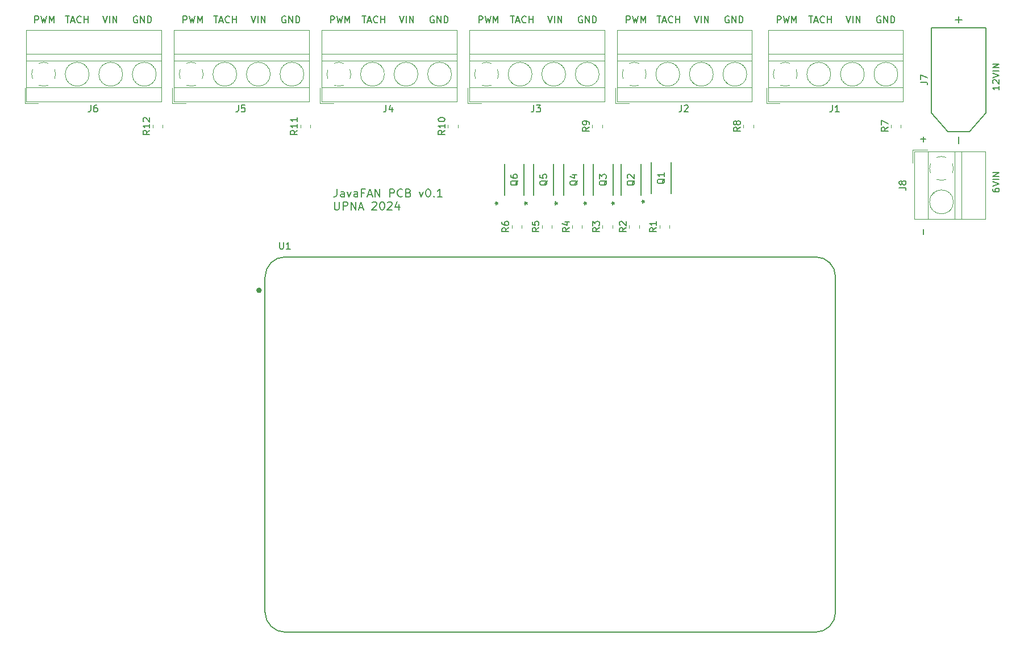
<source format=gbr>
%TF.GenerationSoftware,KiCad,Pcbnew,8.0.0*%
%TF.CreationDate,2024-03-15T12:02:56+01:00*%
%TF.ProjectId,prueba,70727565-6261-42e6-9b69-6361645f7063,v0.1*%
%TF.SameCoordinates,Original*%
%TF.FileFunction,Legend,Top*%
%TF.FilePolarity,Positive*%
%FSLAX46Y46*%
G04 Gerber Fmt 4.6, Leading zero omitted, Abs format (unit mm)*
G04 Created by KiCad (PCBNEW 8.0.0) date 2024-03-15 12:02:56*
%MOMM*%
%LPD*%
G01*
G04 APERTURE LIST*
%ADD10C,0.152400*%
%ADD11C,0.200000*%
%ADD12C,0.150000*%
%ADD13C,0.120000*%
%ADD14C,0.127000*%
%ADD15C,0.400000*%
G04 APERTURE END LIST*
D10*
X189877694Y-53843070D02*
X189877694Y-54033546D01*
X189877694Y-54033546D02*
X189925313Y-54128784D01*
X189925313Y-54128784D02*
X189972932Y-54176403D01*
X189972932Y-54176403D02*
X190115789Y-54271641D01*
X190115789Y-54271641D02*
X190306265Y-54319260D01*
X190306265Y-54319260D02*
X190687217Y-54319260D01*
X190687217Y-54319260D02*
X190782455Y-54271641D01*
X190782455Y-54271641D02*
X190830075Y-54224022D01*
X190830075Y-54224022D02*
X190877694Y-54128784D01*
X190877694Y-54128784D02*
X190877694Y-53938308D01*
X190877694Y-53938308D02*
X190830075Y-53843070D01*
X190830075Y-53843070D02*
X190782455Y-53795451D01*
X190782455Y-53795451D02*
X190687217Y-53747832D01*
X190687217Y-53747832D02*
X190449122Y-53747832D01*
X190449122Y-53747832D02*
X190353884Y-53795451D01*
X190353884Y-53795451D02*
X190306265Y-53843070D01*
X190306265Y-53843070D02*
X190258646Y-53938308D01*
X190258646Y-53938308D02*
X190258646Y-54128784D01*
X190258646Y-54128784D02*
X190306265Y-54224022D01*
X190306265Y-54224022D02*
X190353884Y-54271641D01*
X190353884Y-54271641D02*
X190449122Y-54319260D01*
X189877694Y-53462117D02*
X190877694Y-53128784D01*
X190877694Y-53128784D02*
X189877694Y-52795451D01*
X190877694Y-52462117D02*
X189877694Y-52462117D01*
X190877694Y-51985927D02*
X189877694Y-51985927D01*
X189877694Y-51985927D02*
X190877694Y-51414499D01*
X190877694Y-51414499D02*
X189877694Y-51414499D01*
X190877694Y-38507832D02*
X190877694Y-39079260D01*
X190877694Y-38793546D02*
X189877694Y-38793546D01*
X189877694Y-38793546D02*
X190020551Y-38888784D01*
X190020551Y-38888784D02*
X190115789Y-38984022D01*
X190115789Y-38984022D02*
X190163408Y-39079260D01*
X189972932Y-38126879D02*
X189925313Y-38079260D01*
X189925313Y-38079260D02*
X189877694Y-37984022D01*
X189877694Y-37984022D02*
X189877694Y-37745927D01*
X189877694Y-37745927D02*
X189925313Y-37650689D01*
X189925313Y-37650689D02*
X189972932Y-37603070D01*
X189972932Y-37603070D02*
X190068170Y-37555451D01*
X190068170Y-37555451D02*
X190163408Y-37555451D01*
X190163408Y-37555451D02*
X190306265Y-37603070D01*
X190306265Y-37603070D02*
X190877694Y-38174498D01*
X190877694Y-38174498D02*
X190877694Y-37555451D01*
X189877694Y-37269736D02*
X190877694Y-36936403D01*
X190877694Y-36936403D02*
X189877694Y-36603070D01*
X190877694Y-36269736D02*
X189877694Y-36269736D01*
X190877694Y-35793546D02*
X189877694Y-35793546D01*
X189877694Y-35793546D02*
X190877694Y-35222118D01*
X190877694Y-35222118D02*
X189877694Y-35222118D01*
X179581258Y-46058358D02*
X179581258Y-46820263D01*
X179200305Y-46439310D02*
X179962210Y-46439310D01*
X179581258Y-59885448D02*
X179581258Y-60647353D01*
X173201167Y-28127313D02*
X173105929Y-28079694D01*
X173105929Y-28079694D02*
X172963072Y-28079694D01*
X172963072Y-28079694D02*
X172820215Y-28127313D01*
X172820215Y-28127313D02*
X172724977Y-28222551D01*
X172724977Y-28222551D02*
X172677358Y-28317789D01*
X172677358Y-28317789D02*
X172629739Y-28508265D01*
X172629739Y-28508265D02*
X172629739Y-28651122D01*
X172629739Y-28651122D02*
X172677358Y-28841598D01*
X172677358Y-28841598D02*
X172724977Y-28936836D01*
X172724977Y-28936836D02*
X172820215Y-29032075D01*
X172820215Y-29032075D02*
X172963072Y-29079694D01*
X172963072Y-29079694D02*
X173058310Y-29079694D01*
X173058310Y-29079694D02*
X173201167Y-29032075D01*
X173201167Y-29032075D02*
X173248786Y-28984455D01*
X173248786Y-28984455D02*
X173248786Y-28651122D01*
X173248786Y-28651122D02*
X173058310Y-28651122D01*
X173677358Y-29079694D02*
X173677358Y-28079694D01*
X173677358Y-28079694D02*
X174248786Y-29079694D01*
X174248786Y-29079694D02*
X174248786Y-28079694D01*
X174724977Y-29079694D02*
X174724977Y-28079694D01*
X174724977Y-28079694D02*
X174963072Y-28079694D01*
X174963072Y-28079694D02*
X175105929Y-28127313D01*
X175105929Y-28127313D02*
X175201167Y-28222551D01*
X175201167Y-28222551D02*
X175248786Y-28317789D01*
X175248786Y-28317789D02*
X175296405Y-28508265D01*
X175296405Y-28508265D02*
X175296405Y-28651122D01*
X175296405Y-28651122D02*
X175248786Y-28841598D01*
X175248786Y-28841598D02*
X175201167Y-28936836D01*
X175201167Y-28936836D02*
X175105929Y-29032075D01*
X175105929Y-29032075D02*
X174963072Y-29079694D01*
X174963072Y-29079694D02*
X174724977Y-29079694D01*
X157818358Y-29079694D02*
X157818358Y-28079694D01*
X157818358Y-28079694D02*
X158199310Y-28079694D01*
X158199310Y-28079694D02*
X158294548Y-28127313D01*
X158294548Y-28127313D02*
X158342167Y-28174932D01*
X158342167Y-28174932D02*
X158389786Y-28270170D01*
X158389786Y-28270170D02*
X158389786Y-28413027D01*
X158389786Y-28413027D02*
X158342167Y-28508265D01*
X158342167Y-28508265D02*
X158294548Y-28555884D01*
X158294548Y-28555884D02*
X158199310Y-28603503D01*
X158199310Y-28603503D02*
X157818358Y-28603503D01*
X158723120Y-28079694D02*
X158961215Y-29079694D01*
X158961215Y-29079694D02*
X159151691Y-28365408D01*
X159151691Y-28365408D02*
X159342167Y-29079694D01*
X159342167Y-29079694D02*
X159580263Y-28079694D01*
X159961215Y-29079694D02*
X159961215Y-28079694D01*
X159961215Y-28079694D02*
X160294548Y-28793979D01*
X160294548Y-28793979D02*
X160627881Y-28079694D01*
X160627881Y-28079694D02*
X160627881Y-29079694D01*
X168089501Y-28079694D02*
X168422834Y-29079694D01*
X168422834Y-29079694D02*
X168756167Y-28079694D01*
X169089501Y-29079694D02*
X169089501Y-28079694D01*
X169565691Y-29079694D02*
X169565691Y-28079694D01*
X169565691Y-28079694D02*
X170137119Y-29079694D01*
X170137119Y-29079694D02*
X170137119Y-28079694D01*
X162501501Y-28079694D02*
X163072929Y-28079694D01*
X162787215Y-29079694D02*
X162787215Y-28079694D01*
X163358644Y-28793979D02*
X163834834Y-28793979D01*
X163263406Y-29079694D02*
X163596739Y-28079694D01*
X163596739Y-28079694D02*
X163930072Y-29079694D01*
X164834834Y-28984455D02*
X164787215Y-29032075D01*
X164787215Y-29032075D02*
X164644358Y-29079694D01*
X164644358Y-29079694D02*
X164549120Y-29079694D01*
X164549120Y-29079694D02*
X164406263Y-29032075D01*
X164406263Y-29032075D02*
X164311025Y-28936836D01*
X164311025Y-28936836D02*
X164263406Y-28841598D01*
X164263406Y-28841598D02*
X164215787Y-28651122D01*
X164215787Y-28651122D02*
X164215787Y-28508265D01*
X164215787Y-28508265D02*
X164263406Y-28317789D01*
X164263406Y-28317789D02*
X164311025Y-28222551D01*
X164311025Y-28222551D02*
X164406263Y-28127313D01*
X164406263Y-28127313D02*
X164549120Y-28079694D01*
X164549120Y-28079694D02*
X164644358Y-28079694D01*
X164644358Y-28079694D02*
X164787215Y-28127313D01*
X164787215Y-28127313D02*
X164834834Y-28174932D01*
X165263406Y-29079694D02*
X165263406Y-28079694D01*
X165263406Y-28555884D02*
X165834834Y-28555884D01*
X165834834Y-29079694D02*
X165834834Y-28079694D01*
X150595167Y-28127313D02*
X150499929Y-28079694D01*
X150499929Y-28079694D02*
X150357072Y-28079694D01*
X150357072Y-28079694D02*
X150214215Y-28127313D01*
X150214215Y-28127313D02*
X150118977Y-28222551D01*
X150118977Y-28222551D02*
X150071358Y-28317789D01*
X150071358Y-28317789D02*
X150023739Y-28508265D01*
X150023739Y-28508265D02*
X150023739Y-28651122D01*
X150023739Y-28651122D02*
X150071358Y-28841598D01*
X150071358Y-28841598D02*
X150118977Y-28936836D01*
X150118977Y-28936836D02*
X150214215Y-29032075D01*
X150214215Y-29032075D02*
X150357072Y-29079694D01*
X150357072Y-29079694D02*
X150452310Y-29079694D01*
X150452310Y-29079694D02*
X150595167Y-29032075D01*
X150595167Y-29032075D02*
X150642786Y-28984455D01*
X150642786Y-28984455D02*
X150642786Y-28651122D01*
X150642786Y-28651122D02*
X150452310Y-28651122D01*
X151071358Y-29079694D02*
X151071358Y-28079694D01*
X151071358Y-28079694D02*
X151642786Y-29079694D01*
X151642786Y-29079694D02*
X151642786Y-28079694D01*
X152118977Y-29079694D02*
X152118977Y-28079694D01*
X152118977Y-28079694D02*
X152357072Y-28079694D01*
X152357072Y-28079694D02*
X152499929Y-28127313D01*
X152499929Y-28127313D02*
X152595167Y-28222551D01*
X152595167Y-28222551D02*
X152642786Y-28317789D01*
X152642786Y-28317789D02*
X152690405Y-28508265D01*
X152690405Y-28508265D02*
X152690405Y-28651122D01*
X152690405Y-28651122D02*
X152642786Y-28841598D01*
X152642786Y-28841598D02*
X152595167Y-28936836D01*
X152595167Y-28936836D02*
X152499929Y-29032075D01*
X152499929Y-29032075D02*
X152357072Y-29079694D01*
X152357072Y-29079694D02*
X152118977Y-29079694D01*
X135339358Y-29079694D02*
X135339358Y-28079694D01*
X135339358Y-28079694D02*
X135720310Y-28079694D01*
X135720310Y-28079694D02*
X135815548Y-28127313D01*
X135815548Y-28127313D02*
X135863167Y-28174932D01*
X135863167Y-28174932D02*
X135910786Y-28270170D01*
X135910786Y-28270170D02*
X135910786Y-28413027D01*
X135910786Y-28413027D02*
X135863167Y-28508265D01*
X135863167Y-28508265D02*
X135815548Y-28555884D01*
X135815548Y-28555884D02*
X135720310Y-28603503D01*
X135720310Y-28603503D02*
X135339358Y-28603503D01*
X136244120Y-28079694D02*
X136482215Y-29079694D01*
X136482215Y-29079694D02*
X136672691Y-28365408D01*
X136672691Y-28365408D02*
X136863167Y-29079694D01*
X136863167Y-29079694D02*
X137101263Y-28079694D01*
X137482215Y-29079694D02*
X137482215Y-28079694D01*
X137482215Y-28079694D02*
X137815548Y-28793979D01*
X137815548Y-28793979D02*
X138148881Y-28079694D01*
X138148881Y-28079694D02*
X138148881Y-29079694D01*
X145483501Y-28079694D02*
X145816834Y-29079694D01*
X145816834Y-29079694D02*
X146150167Y-28079694D01*
X146483501Y-29079694D02*
X146483501Y-28079694D01*
X146959691Y-29079694D02*
X146959691Y-28079694D01*
X146959691Y-28079694D02*
X147531119Y-29079694D01*
X147531119Y-29079694D02*
X147531119Y-28079694D01*
X139895501Y-28079694D02*
X140466929Y-28079694D01*
X140181215Y-29079694D02*
X140181215Y-28079694D01*
X140752644Y-28793979D02*
X141228834Y-28793979D01*
X140657406Y-29079694D02*
X140990739Y-28079694D01*
X140990739Y-28079694D02*
X141324072Y-29079694D01*
X142228834Y-28984455D02*
X142181215Y-29032075D01*
X142181215Y-29032075D02*
X142038358Y-29079694D01*
X142038358Y-29079694D02*
X141943120Y-29079694D01*
X141943120Y-29079694D02*
X141800263Y-29032075D01*
X141800263Y-29032075D02*
X141705025Y-28936836D01*
X141705025Y-28936836D02*
X141657406Y-28841598D01*
X141657406Y-28841598D02*
X141609787Y-28651122D01*
X141609787Y-28651122D02*
X141609787Y-28508265D01*
X141609787Y-28508265D02*
X141657406Y-28317789D01*
X141657406Y-28317789D02*
X141705025Y-28222551D01*
X141705025Y-28222551D02*
X141800263Y-28127313D01*
X141800263Y-28127313D02*
X141943120Y-28079694D01*
X141943120Y-28079694D02*
X142038358Y-28079694D01*
X142038358Y-28079694D02*
X142181215Y-28127313D01*
X142181215Y-28127313D02*
X142228834Y-28174932D01*
X142657406Y-29079694D02*
X142657406Y-28079694D01*
X142657406Y-28555884D02*
X143228834Y-28555884D01*
X143228834Y-29079694D02*
X143228834Y-28079694D01*
X128751167Y-28127313D02*
X128655929Y-28079694D01*
X128655929Y-28079694D02*
X128513072Y-28079694D01*
X128513072Y-28079694D02*
X128370215Y-28127313D01*
X128370215Y-28127313D02*
X128274977Y-28222551D01*
X128274977Y-28222551D02*
X128227358Y-28317789D01*
X128227358Y-28317789D02*
X128179739Y-28508265D01*
X128179739Y-28508265D02*
X128179739Y-28651122D01*
X128179739Y-28651122D02*
X128227358Y-28841598D01*
X128227358Y-28841598D02*
X128274977Y-28936836D01*
X128274977Y-28936836D02*
X128370215Y-29032075D01*
X128370215Y-29032075D02*
X128513072Y-29079694D01*
X128513072Y-29079694D02*
X128608310Y-29079694D01*
X128608310Y-29079694D02*
X128751167Y-29032075D01*
X128751167Y-29032075D02*
X128798786Y-28984455D01*
X128798786Y-28984455D02*
X128798786Y-28651122D01*
X128798786Y-28651122D02*
X128608310Y-28651122D01*
X129227358Y-29079694D02*
X129227358Y-28079694D01*
X129227358Y-28079694D02*
X129798786Y-29079694D01*
X129798786Y-29079694D02*
X129798786Y-28079694D01*
X130274977Y-29079694D02*
X130274977Y-28079694D01*
X130274977Y-28079694D02*
X130513072Y-28079694D01*
X130513072Y-28079694D02*
X130655929Y-28127313D01*
X130655929Y-28127313D02*
X130751167Y-28222551D01*
X130751167Y-28222551D02*
X130798786Y-28317789D01*
X130798786Y-28317789D02*
X130846405Y-28508265D01*
X130846405Y-28508265D02*
X130846405Y-28651122D01*
X130846405Y-28651122D02*
X130798786Y-28841598D01*
X130798786Y-28841598D02*
X130751167Y-28936836D01*
X130751167Y-28936836D02*
X130655929Y-29032075D01*
X130655929Y-29032075D02*
X130513072Y-29079694D01*
X130513072Y-29079694D02*
X130274977Y-29079694D01*
X113368358Y-29079694D02*
X113368358Y-28079694D01*
X113368358Y-28079694D02*
X113749310Y-28079694D01*
X113749310Y-28079694D02*
X113844548Y-28127313D01*
X113844548Y-28127313D02*
X113892167Y-28174932D01*
X113892167Y-28174932D02*
X113939786Y-28270170D01*
X113939786Y-28270170D02*
X113939786Y-28413027D01*
X113939786Y-28413027D02*
X113892167Y-28508265D01*
X113892167Y-28508265D02*
X113844548Y-28555884D01*
X113844548Y-28555884D02*
X113749310Y-28603503D01*
X113749310Y-28603503D02*
X113368358Y-28603503D01*
X114273120Y-28079694D02*
X114511215Y-29079694D01*
X114511215Y-29079694D02*
X114701691Y-28365408D01*
X114701691Y-28365408D02*
X114892167Y-29079694D01*
X114892167Y-29079694D02*
X115130263Y-28079694D01*
X115511215Y-29079694D02*
X115511215Y-28079694D01*
X115511215Y-28079694D02*
X115844548Y-28793979D01*
X115844548Y-28793979D02*
X116177881Y-28079694D01*
X116177881Y-28079694D02*
X116177881Y-29079694D01*
X123639501Y-28079694D02*
X123972834Y-29079694D01*
X123972834Y-29079694D02*
X124306167Y-28079694D01*
X124639501Y-29079694D02*
X124639501Y-28079694D01*
X125115691Y-29079694D02*
X125115691Y-28079694D01*
X125115691Y-28079694D02*
X125687119Y-29079694D01*
X125687119Y-29079694D02*
X125687119Y-28079694D01*
X118051501Y-28079694D02*
X118622929Y-28079694D01*
X118337215Y-29079694D02*
X118337215Y-28079694D01*
X118908644Y-28793979D02*
X119384834Y-28793979D01*
X118813406Y-29079694D02*
X119146739Y-28079694D01*
X119146739Y-28079694D02*
X119480072Y-29079694D01*
X120384834Y-28984455D02*
X120337215Y-29032075D01*
X120337215Y-29032075D02*
X120194358Y-29079694D01*
X120194358Y-29079694D02*
X120099120Y-29079694D01*
X120099120Y-29079694D02*
X119956263Y-29032075D01*
X119956263Y-29032075D02*
X119861025Y-28936836D01*
X119861025Y-28936836D02*
X119813406Y-28841598D01*
X119813406Y-28841598D02*
X119765787Y-28651122D01*
X119765787Y-28651122D02*
X119765787Y-28508265D01*
X119765787Y-28508265D02*
X119813406Y-28317789D01*
X119813406Y-28317789D02*
X119861025Y-28222551D01*
X119861025Y-28222551D02*
X119956263Y-28127313D01*
X119956263Y-28127313D02*
X120099120Y-28079694D01*
X120099120Y-28079694D02*
X120194358Y-28079694D01*
X120194358Y-28079694D02*
X120337215Y-28127313D01*
X120337215Y-28127313D02*
X120384834Y-28174932D01*
X120813406Y-29079694D02*
X120813406Y-28079694D01*
X120813406Y-28555884D02*
X121384834Y-28555884D01*
X121384834Y-29079694D02*
X121384834Y-28079694D01*
X106653167Y-28127313D02*
X106557929Y-28079694D01*
X106557929Y-28079694D02*
X106415072Y-28079694D01*
X106415072Y-28079694D02*
X106272215Y-28127313D01*
X106272215Y-28127313D02*
X106176977Y-28222551D01*
X106176977Y-28222551D02*
X106129358Y-28317789D01*
X106129358Y-28317789D02*
X106081739Y-28508265D01*
X106081739Y-28508265D02*
X106081739Y-28651122D01*
X106081739Y-28651122D02*
X106129358Y-28841598D01*
X106129358Y-28841598D02*
X106176977Y-28936836D01*
X106176977Y-28936836D02*
X106272215Y-29032075D01*
X106272215Y-29032075D02*
X106415072Y-29079694D01*
X106415072Y-29079694D02*
X106510310Y-29079694D01*
X106510310Y-29079694D02*
X106653167Y-29032075D01*
X106653167Y-29032075D02*
X106700786Y-28984455D01*
X106700786Y-28984455D02*
X106700786Y-28651122D01*
X106700786Y-28651122D02*
X106510310Y-28651122D01*
X107129358Y-29079694D02*
X107129358Y-28079694D01*
X107129358Y-28079694D02*
X107700786Y-29079694D01*
X107700786Y-29079694D02*
X107700786Y-28079694D01*
X108176977Y-29079694D02*
X108176977Y-28079694D01*
X108176977Y-28079694D02*
X108415072Y-28079694D01*
X108415072Y-28079694D02*
X108557929Y-28127313D01*
X108557929Y-28127313D02*
X108653167Y-28222551D01*
X108653167Y-28222551D02*
X108700786Y-28317789D01*
X108700786Y-28317789D02*
X108748405Y-28508265D01*
X108748405Y-28508265D02*
X108748405Y-28651122D01*
X108748405Y-28651122D02*
X108700786Y-28841598D01*
X108700786Y-28841598D02*
X108653167Y-28936836D01*
X108653167Y-28936836D02*
X108557929Y-29032075D01*
X108557929Y-29032075D02*
X108415072Y-29079694D01*
X108415072Y-29079694D02*
X108176977Y-29079694D01*
X91270358Y-29079694D02*
X91270358Y-28079694D01*
X91270358Y-28079694D02*
X91651310Y-28079694D01*
X91651310Y-28079694D02*
X91746548Y-28127313D01*
X91746548Y-28127313D02*
X91794167Y-28174932D01*
X91794167Y-28174932D02*
X91841786Y-28270170D01*
X91841786Y-28270170D02*
X91841786Y-28413027D01*
X91841786Y-28413027D02*
X91794167Y-28508265D01*
X91794167Y-28508265D02*
X91746548Y-28555884D01*
X91746548Y-28555884D02*
X91651310Y-28603503D01*
X91651310Y-28603503D02*
X91270358Y-28603503D01*
X92175120Y-28079694D02*
X92413215Y-29079694D01*
X92413215Y-29079694D02*
X92603691Y-28365408D01*
X92603691Y-28365408D02*
X92794167Y-29079694D01*
X92794167Y-29079694D02*
X93032263Y-28079694D01*
X93413215Y-29079694D02*
X93413215Y-28079694D01*
X93413215Y-28079694D02*
X93746548Y-28793979D01*
X93746548Y-28793979D02*
X94079881Y-28079694D01*
X94079881Y-28079694D02*
X94079881Y-29079694D01*
X101541501Y-28079694D02*
X101874834Y-29079694D01*
X101874834Y-29079694D02*
X102208167Y-28079694D01*
X102541501Y-29079694D02*
X102541501Y-28079694D01*
X103017691Y-29079694D02*
X103017691Y-28079694D01*
X103017691Y-28079694D02*
X103589119Y-29079694D01*
X103589119Y-29079694D02*
X103589119Y-28079694D01*
X95953501Y-28079694D02*
X96524929Y-28079694D01*
X96239215Y-29079694D02*
X96239215Y-28079694D01*
X96810644Y-28793979D02*
X97286834Y-28793979D01*
X96715406Y-29079694D02*
X97048739Y-28079694D01*
X97048739Y-28079694D02*
X97382072Y-29079694D01*
X98286834Y-28984455D02*
X98239215Y-29032075D01*
X98239215Y-29032075D02*
X98096358Y-29079694D01*
X98096358Y-29079694D02*
X98001120Y-29079694D01*
X98001120Y-29079694D02*
X97858263Y-29032075D01*
X97858263Y-29032075D02*
X97763025Y-28936836D01*
X97763025Y-28936836D02*
X97715406Y-28841598D01*
X97715406Y-28841598D02*
X97667787Y-28651122D01*
X97667787Y-28651122D02*
X97667787Y-28508265D01*
X97667787Y-28508265D02*
X97715406Y-28317789D01*
X97715406Y-28317789D02*
X97763025Y-28222551D01*
X97763025Y-28222551D02*
X97858263Y-28127313D01*
X97858263Y-28127313D02*
X98001120Y-28079694D01*
X98001120Y-28079694D02*
X98096358Y-28079694D01*
X98096358Y-28079694D02*
X98239215Y-28127313D01*
X98239215Y-28127313D02*
X98286834Y-28174932D01*
X98715406Y-29079694D02*
X98715406Y-28079694D01*
X98715406Y-28555884D02*
X99286834Y-28555884D01*
X99286834Y-29079694D02*
X99286834Y-28079694D01*
X84555167Y-28127313D02*
X84459929Y-28079694D01*
X84459929Y-28079694D02*
X84317072Y-28079694D01*
X84317072Y-28079694D02*
X84174215Y-28127313D01*
X84174215Y-28127313D02*
X84078977Y-28222551D01*
X84078977Y-28222551D02*
X84031358Y-28317789D01*
X84031358Y-28317789D02*
X83983739Y-28508265D01*
X83983739Y-28508265D02*
X83983739Y-28651122D01*
X83983739Y-28651122D02*
X84031358Y-28841598D01*
X84031358Y-28841598D02*
X84078977Y-28936836D01*
X84078977Y-28936836D02*
X84174215Y-29032075D01*
X84174215Y-29032075D02*
X84317072Y-29079694D01*
X84317072Y-29079694D02*
X84412310Y-29079694D01*
X84412310Y-29079694D02*
X84555167Y-29032075D01*
X84555167Y-29032075D02*
X84602786Y-28984455D01*
X84602786Y-28984455D02*
X84602786Y-28651122D01*
X84602786Y-28651122D02*
X84412310Y-28651122D01*
X85031358Y-29079694D02*
X85031358Y-28079694D01*
X85031358Y-28079694D02*
X85602786Y-29079694D01*
X85602786Y-29079694D02*
X85602786Y-28079694D01*
X86078977Y-29079694D02*
X86078977Y-28079694D01*
X86078977Y-28079694D02*
X86317072Y-28079694D01*
X86317072Y-28079694D02*
X86459929Y-28127313D01*
X86459929Y-28127313D02*
X86555167Y-28222551D01*
X86555167Y-28222551D02*
X86602786Y-28317789D01*
X86602786Y-28317789D02*
X86650405Y-28508265D01*
X86650405Y-28508265D02*
X86650405Y-28651122D01*
X86650405Y-28651122D02*
X86602786Y-28841598D01*
X86602786Y-28841598D02*
X86555167Y-28936836D01*
X86555167Y-28936836D02*
X86459929Y-29032075D01*
X86459929Y-29032075D02*
X86317072Y-29079694D01*
X86317072Y-29079694D02*
X86078977Y-29079694D01*
X69299358Y-29079694D02*
X69299358Y-28079694D01*
X69299358Y-28079694D02*
X69680310Y-28079694D01*
X69680310Y-28079694D02*
X69775548Y-28127313D01*
X69775548Y-28127313D02*
X69823167Y-28174932D01*
X69823167Y-28174932D02*
X69870786Y-28270170D01*
X69870786Y-28270170D02*
X69870786Y-28413027D01*
X69870786Y-28413027D02*
X69823167Y-28508265D01*
X69823167Y-28508265D02*
X69775548Y-28555884D01*
X69775548Y-28555884D02*
X69680310Y-28603503D01*
X69680310Y-28603503D02*
X69299358Y-28603503D01*
X70204120Y-28079694D02*
X70442215Y-29079694D01*
X70442215Y-29079694D02*
X70632691Y-28365408D01*
X70632691Y-28365408D02*
X70823167Y-29079694D01*
X70823167Y-29079694D02*
X71061263Y-28079694D01*
X71442215Y-29079694D02*
X71442215Y-28079694D01*
X71442215Y-28079694D02*
X71775548Y-28793979D01*
X71775548Y-28793979D02*
X72108881Y-28079694D01*
X72108881Y-28079694D02*
X72108881Y-29079694D01*
X79443501Y-28079694D02*
X79776834Y-29079694D01*
X79776834Y-29079694D02*
X80110167Y-28079694D01*
X80443501Y-29079694D02*
X80443501Y-28079694D01*
X80919691Y-29079694D02*
X80919691Y-28079694D01*
X80919691Y-28079694D02*
X81491119Y-29079694D01*
X81491119Y-29079694D02*
X81491119Y-28079694D01*
X73855501Y-28079694D02*
X74426929Y-28079694D01*
X74141215Y-29079694D02*
X74141215Y-28079694D01*
X74712644Y-28793979D02*
X75188834Y-28793979D01*
X74617406Y-29079694D02*
X74950739Y-28079694D01*
X74950739Y-28079694D02*
X75284072Y-29079694D01*
X76188834Y-28984455D02*
X76141215Y-29032075D01*
X76141215Y-29032075D02*
X75998358Y-29079694D01*
X75998358Y-29079694D02*
X75903120Y-29079694D01*
X75903120Y-29079694D02*
X75760263Y-29032075D01*
X75760263Y-29032075D02*
X75665025Y-28936836D01*
X75665025Y-28936836D02*
X75617406Y-28841598D01*
X75617406Y-28841598D02*
X75569787Y-28651122D01*
X75569787Y-28651122D02*
X75569787Y-28508265D01*
X75569787Y-28508265D02*
X75617406Y-28317789D01*
X75617406Y-28317789D02*
X75665025Y-28222551D01*
X75665025Y-28222551D02*
X75760263Y-28127313D01*
X75760263Y-28127313D02*
X75903120Y-28079694D01*
X75903120Y-28079694D02*
X75998358Y-28079694D01*
X75998358Y-28079694D02*
X76141215Y-28127313D01*
X76141215Y-28127313D02*
X76188834Y-28174932D01*
X76617406Y-29079694D02*
X76617406Y-28079694D01*
X76617406Y-28555884D02*
X77188834Y-28555884D01*
X77188834Y-29079694D02*
X77188834Y-28079694D01*
X62457167Y-28127313D02*
X62361929Y-28079694D01*
X62361929Y-28079694D02*
X62219072Y-28079694D01*
X62219072Y-28079694D02*
X62076215Y-28127313D01*
X62076215Y-28127313D02*
X61980977Y-28222551D01*
X61980977Y-28222551D02*
X61933358Y-28317789D01*
X61933358Y-28317789D02*
X61885739Y-28508265D01*
X61885739Y-28508265D02*
X61885739Y-28651122D01*
X61885739Y-28651122D02*
X61933358Y-28841598D01*
X61933358Y-28841598D02*
X61980977Y-28936836D01*
X61980977Y-28936836D02*
X62076215Y-29032075D01*
X62076215Y-29032075D02*
X62219072Y-29079694D01*
X62219072Y-29079694D02*
X62314310Y-29079694D01*
X62314310Y-29079694D02*
X62457167Y-29032075D01*
X62457167Y-29032075D02*
X62504786Y-28984455D01*
X62504786Y-28984455D02*
X62504786Y-28651122D01*
X62504786Y-28651122D02*
X62314310Y-28651122D01*
X62933358Y-29079694D02*
X62933358Y-28079694D01*
X62933358Y-28079694D02*
X63504786Y-29079694D01*
X63504786Y-29079694D02*
X63504786Y-28079694D01*
X63980977Y-29079694D02*
X63980977Y-28079694D01*
X63980977Y-28079694D02*
X64219072Y-28079694D01*
X64219072Y-28079694D02*
X64361929Y-28127313D01*
X64361929Y-28127313D02*
X64457167Y-28222551D01*
X64457167Y-28222551D02*
X64504786Y-28317789D01*
X64504786Y-28317789D02*
X64552405Y-28508265D01*
X64552405Y-28508265D02*
X64552405Y-28651122D01*
X64552405Y-28651122D02*
X64504786Y-28841598D01*
X64504786Y-28841598D02*
X64457167Y-28936836D01*
X64457167Y-28936836D02*
X64361929Y-29032075D01*
X64361929Y-29032075D02*
X64219072Y-29079694D01*
X64219072Y-29079694D02*
X63980977Y-29079694D01*
X57345501Y-28079694D02*
X57678834Y-29079694D01*
X57678834Y-29079694D02*
X58012167Y-28079694D01*
X58345501Y-29079694D02*
X58345501Y-28079694D01*
X58821691Y-29079694D02*
X58821691Y-28079694D01*
X58821691Y-28079694D02*
X59393119Y-29079694D01*
X59393119Y-29079694D02*
X59393119Y-28079694D01*
X51757501Y-28079694D02*
X52328929Y-28079694D01*
X52043215Y-29079694D02*
X52043215Y-28079694D01*
X52614644Y-28793979D02*
X53090834Y-28793979D01*
X52519406Y-29079694D02*
X52852739Y-28079694D01*
X52852739Y-28079694D02*
X53186072Y-29079694D01*
X54090834Y-28984455D02*
X54043215Y-29032075D01*
X54043215Y-29032075D02*
X53900358Y-29079694D01*
X53900358Y-29079694D02*
X53805120Y-29079694D01*
X53805120Y-29079694D02*
X53662263Y-29032075D01*
X53662263Y-29032075D02*
X53567025Y-28936836D01*
X53567025Y-28936836D02*
X53519406Y-28841598D01*
X53519406Y-28841598D02*
X53471787Y-28651122D01*
X53471787Y-28651122D02*
X53471787Y-28508265D01*
X53471787Y-28508265D02*
X53519406Y-28317789D01*
X53519406Y-28317789D02*
X53567025Y-28222551D01*
X53567025Y-28222551D02*
X53662263Y-28127313D01*
X53662263Y-28127313D02*
X53805120Y-28079694D01*
X53805120Y-28079694D02*
X53900358Y-28079694D01*
X53900358Y-28079694D02*
X54043215Y-28127313D01*
X54043215Y-28127313D02*
X54090834Y-28174932D01*
X54519406Y-29079694D02*
X54519406Y-28079694D01*
X54519406Y-28555884D02*
X55090834Y-28555884D01*
X55090834Y-29079694D02*
X55090834Y-28079694D01*
X47201358Y-29079694D02*
X47201358Y-28079694D01*
X47201358Y-28079694D02*
X47582310Y-28079694D01*
X47582310Y-28079694D02*
X47677548Y-28127313D01*
X47677548Y-28127313D02*
X47725167Y-28174932D01*
X47725167Y-28174932D02*
X47772786Y-28270170D01*
X47772786Y-28270170D02*
X47772786Y-28413027D01*
X47772786Y-28413027D02*
X47725167Y-28508265D01*
X47725167Y-28508265D02*
X47677548Y-28555884D01*
X47677548Y-28555884D02*
X47582310Y-28603503D01*
X47582310Y-28603503D02*
X47201358Y-28603503D01*
X48106120Y-28079694D02*
X48344215Y-29079694D01*
X48344215Y-29079694D02*
X48534691Y-28365408D01*
X48534691Y-28365408D02*
X48725167Y-29079694D01*
X48725167Y-29079694D02*
X48963263Y-28079694D01*
X49344215Y-29079694D02*
X49344215Y-28079694D01*
X49344215Y-28079694D02*
X49677548Y-28793979D01*
X49677548Y-28793979D02*
X50010881Y-28079694D01*
X50010881Y-28079694D02*
X50010881Y-29079694D01*
D11*
X92200149Y-53860809D02*
X92200149Y-54717952D01*
X92200149Y-54717952D02*
X92143006Y-54889381D01*
X92143006Y-54889381D02*
X92028720Y-55003667D01*
X92028720Y-55003667D02*
X91857292Y-55060809D01*
X91857292Y-55060809D02*
X91743006Y-55060809D01*
X93285864Y-55060809D02*
X93285864Y-54432238D01*
X93285864Y-54432238D02*
X93228721Y-54317952D01*
X93228721Y-54317952D02*
X93114435Y-54260809D01*
X93114435Y-54260809D02*
X92885864Y-54260809D01*
X92885864Y-54260809D02*
X92771578Y-54317952D01*
X93285864Y-55003667D02*
X93171578Y-55060809D01*
X93171578Y-55060809D02*
X92885864Y-55060809D01*
X92885864Y-55060809D02*
X92771578Y-55003667D01*
X92771578Y-55003667D02*
X92714435Y-54889381D01*
X92714435Y-54889381D02*
X92714435Y-54775095D01*
X92714435Y-54775095D02*
X92771578Y-54660809D01*
X92771578Y-54660809D02*
X92885864Y-54603667D01*
X92885864Y-54603667D02*
X93171578Y-54603667D01*
X93171578Y-54603667D02*
X93285864Y-54546524D01*
X93743006Y-54260809D02*
X94028720Y-55060809D01*
X94028720Y-55060809D02*
X94314435Y-54260809D01*
X95285864Y-55060809D02*
X95285864Y-54432238D01*
X95285864Y-54432238D02*
X95228721Y-54317952D01*
X95228721Y-54317952D02*
X95114435Y-54260809D01*
X95114435Y-54260809D02*
X94885864Y-54260809D01*
X94885864Y-54260809D02*
X94771578Y-54317952D01*
X95285864Y-55003667D02*
X95171578Y-55060809D01*
X95171578Y-55060809D02*
X94885864Y-55060809D01*
X94885864Y-55060809D02*
X94771578Y-55003667D01*
X94771578Y-55003667D02*
X94714435Y-54889381D01*
X94714435Y-54889381D02*
X94714435Y-54775095D01*
X94714435Y-54775095D02*
X94771578Y-54660809D01*
X94771578Y-54660809D02*
X94885864Y-54603667D01*
X94885864Y-54603667D02*
X95171578Y-54603667D01*
X95171578Y-54603667D02*
X95285864Y-54546524D01*
X96257292Y-54432238D02*
X95857292Y-54432238D01*
X95857292Y-55060809D02*
X95857292Y-53860809D01*
X95857292Y-53860809D02*
X96428720Y-53860809D01*
X96828720Y-54717952D02*
X97400149Y-54717952D01*
X96714434Y-55060809D02*
X97114434Y-53860809D01*
X97114434Y-53860809D02*
X97514434Y-55060809D01*
X97914434Y-55060809D02*
X97914434Y-53860809D01*
X97914434Y-53860809D02*
X98600148Y-55060809D01*
X98600148Y-55060809D02*
X98600148Y-53860809D01*
X100085863Y-55060809D02*
X100085863Y-53860809D01*
X100085863Y-53860809D02*
X100543006Y-53860809D01*
X100543006Y-53860809D02*
X100657291Y-53917952D01*
X100657291Y-53917952D02*
X100714434Y-53975095D01*
X100714434Y-53975095D02*
X100771577Y-54089381D01*
X100771577Y-54089381D02*
X100771577Y-54260809D01*
X100771577Y-54260809D02*
X100714434Y-54375095D01*
X100714434Y-54375095D02*
X100657291Y-54432238D01*
X100657291Y-54432238D02*
X100543006Y-54489381D01*
X100543006Y-54489381D02*
X100085863Y-54489381D01*
X101971577Y-54946524D02*
X101914434Y-55003667D01*
X101914434Y-55003667D02*
X101743006Y-55060809D01*
X101743006Y-55060809D02*
X101628720Y-55060809D01*
X101628720Y-55060809D02*
X101457291Y-55003667D01*
X101457291Y-55003667D02*
X101343006Y-54889381D01*
X101343006Y-54889381D02*
X101285863Y-54775095D01*
X101285863Y-54775095D02*
X101228720Y-54546524D01*
X101228720Y-54546524D02*
X101228720Y-54375095D01*
X101228720Y-54375095D02*
X101285863Y-54146524D01*
X101285863Y-54146524D02*
X101343006Y-54032238D01*
X101343006Y-54032238D02*
X101457291Y-53917952D01*
X101457291Y-53917952D02*
X101628720Y-53860809D01*
X101628720Y-53860809D02*
X101743006Y-53860809D01*
X101743006Y-53860809D02*
X101914434Y-53917952D01*
X101914434Y-53917952D02*
X101971577Y-53975095D01*
X102885863Y-54432238D02*
X103057291Y-54489381D01*
X103057291Y-54489381D02*
X103114434Y-54546524D01*
X103114434Y-54546524D02*
X103171577Y-54660809D01*
X103171577Y-54660809D02*
X103171577Y-54832238D01*
X103171577Y-54832238D02*
X103114434Y-54946524D01*
X103114434Y-54946524D02*
X103057291Y-55003667D01*
X103057291Y-55003667D02*
X102943006Y-55060809D01*
X102943006Y-55060809D02*
X102485863Y-55060809D01*
X102485863Y-55060809D02*
X102485863Y-53860809D01*
X102485863Y-53860809D02*
X102885863Y-53860809D01*
X102885863Y-53860809D02*
X103000149Y-53917952D01*
X103000149Y-53917952D02*
X103057291Y-53975095D01*
X103057291Y-53975095D02*
X103114434Y-54089381D01*
X103114434Y-54089381D02*
X103114434Y-54203667D01*
X103114434Y-54203667D02*
X103057291Y-54317952D01*
X103057291Y-54317952D02*
X103000149Y-54375095D01*
X103000149Y-54375095D02*
X102885863Y-54432238D01*
X102885863Y-54432238D02*
X102485863Y-54432238D01*
X104485863Y-54260809D02*
X104771577Y-55060809D01*
X104771577Y-55060809D02*
X105057292Y-54260809D01*
X105743006Y-53860809D02*
X105857292Y-53860809D01*
X105857292Y-53860809D02*
X105971578Y-53917952D01*
X105971578Y-53917952D02*
X106028721Y-53975095D01*
X106028721Y-53975095D02*
X106085863Y-54089381D01*
X106085863Y-54089381D02*
X106143006Y-54317952D01*
X106143006Y-54317952D02*
X106143006Y-54603667D01*
X106143006Y-54603667D02*
X106085863Y-54832238D01*
X106085863Y-54832238D02*
X106028721Y-54946524D01*
X106028721Y-54946524D02*
X105971578Y-55003667D01*
X105971578Y-55003667D02*
X105857292Y-55060809D01*
X105857292Y-55060809D02*
X105743006Y-55060809D01*
X105743006Y-55060809D02*
X105628721Y-55003667D01*
X105628721Y-55003667D02*
X105571578Y-54946524D01*
X105571578Y-54946524D02*
X105514435Y-54832238D01*
X105514435Y-54832238D02*
X105457292Y-54603667D01*
X105457292Y-54603667D02*
X105457292Y-54317952D01*
X105457292Y-54317952D02*
X105514435Y-54089381D01*
X105514435Y-54089381D02*
X105571578Y-53975095D01*
X105571578Y-53975095D02*
X105628721Y-53917952D01*
X105628721Y-53917952D02*
X105743006Y-53860809D01*
X106657292Y-54946524D02*
X106714435Y-55003667D01*
X106714435Y-55003667D02*
X106657292Y-55060809D01*
X106657292Y-55060809D02*
X106600149Y-55003667D01*
X106600149Y-55003667D02*
X106657292Y-54946524D01*
X106657292Y-54946524D02*
X106657292Y-55060809D01*
X107857292Y-55060809D02*
X107171578Y-55060809D01*
X107514435Y-55060809D02*
X107514435Y-53860809D01*
X107514435Y-53860809D02*
X107400149Y-54032238D01*
X107400149Y-54032238D02*
X107285864Y-54146524D01*
X107285864Y-54146524D02*
X107171578Y-54203667D01*
X91857292Y-55792742D02*
X91857292Y-56764171D01*
X91857292Y-56764171D02*
X91914435Y-56878457D01*
X91914435Y-56878457D02*
X91971578Y-56935600D01*
X91971578Y-56935600D02*
X92085863Y-56992742D01*
X92085863Y-56992742D02*
X92314435Y-56992742D01*
X92314435Y-56992742D02*
X92428720Y-56935600D01*
X92428720Y-56935600D02*
X92485863Y-56878457D01*
X92485863Y-56878457D02*
X92543006Y-56764171D01*
X92543006Y-56764171D02*
X92543006Y-55792742D01*
X93114435Y-56992742D02*
X93114435Y-55792742D01*
X93114435Y-55792742D02*
X93571578Y-55792742D01*
X93571578Y-55792742D02*
X93685863Y-55849885D01*
X93685863Y-55849885D02*
X93743006Y-55907028D01*
X93743006Y-55907028D02*
X93800149Y-56021314D01*
X93800149Y-56021314D02*
X93800149Y-56192742D01*
X93800149Y-56192742D02*
X93743006Y-56307028D01*
X93743006Y-56307028D02*
X93685863Y-56364171D01*
X93685863Y-56364171D02*
X93571578Y-56421314D01*
X93571578Y-56421314D02*
X93114435Y-56421314D01*
X94314435Y-56992742D02*
X94314435Y-55792742D01*
X94314435Y-55792742D02*
X95000149Y-56992742D01*
X95000149Y-56992742D02*
X95000149Y-55792742D01*
X95514435Y-56649885D02*
X96085864Y-56649885D01*
X95400149Y-56992742D02*
X95800149Y-55792742D01*
X95800149Y-55792742D02*
X96200149Y-56992742D01*
X97457292Y-55907028D02*
X97514435Y-55849885D01*
X97514435Y-55849885D02*
X97628721Y-55792742D01*
X97628721Y-55792742D02*
X97914435Y-55792742D01*
X97914435Y-55792742D02*
X98028721Y-55849885D01*
X98028721Y-55849885D02*
X98085863Y-55907028D01*
X98085863Y-55907028D02*
X98143006Y-56021314D01*
X98143006Y-56021314D02*
X98143006Y-56135600D01*
X98143006Y-56135600D02*
X98085863Y-56307028D01*
X98085863Y-56307028D02*
X97400149Y-56992742D01*
X97400149Y-56992742D02*
X98143006Y-56992742D01*
X98885863Y-55792742D02*
X99000149Y-55792742D01*
X99000149Y-55792742D02*
X99114435Y-55849885D01*
X99114435Y-55849885D02*
X99171578Y-55907028D01*
X99171578Y-55907028D02*
X99228720Y-56021314D01*
X99228720Y-56021314D02*
X99285863Y-56249885D01*
X99285863Y-56249885D02*
X99285863Y-56535600D01*
X99285863Y-56535600D02*
X99228720Y-56764171D01*
X99228720Y-56764171D02*
X99171578Y-56878457D01*
X99171578Y-56878457D02*
X99114435Y-56935600D01*
X99114435Y-56935600D02*
X99000149Y-56992742D01*
X99000149Y-56992742D02*
X98885863Y-56992742D01*
X98885863Y-56992742D02*
X98771578Y-56935600D01*
X98771578Y-56935600D02*
X98714435Y-56878457D01*
X98714435Y-56878457D02*
X98657292Y-56764171D01*
X98657292Y-56764171D02*
X98600149Y-56535600D01*
X98600149Y-56535600D02*
X98600149Y-56249885D01*
X98600149Y-56249885D02*
X98657292Y-56021314D01*
X98657292Y-56021314D02*
X98714435Y-55907028D01*
X98714435Y-55907028D02*
X98771578Y-55849885D01*
X98771578Y-55849885D02*
X98885863Y-55792742D01*
X99743006Y-55907028D02*
X99800149Y-55849885D01*
X99800149Y-55849885D02*
X99914435Y-55792742D01*
X99914435Y-55792742D02*
X100200149Y-55792742D01*
X100200149Y-55792742D02*
X100314435Y-55849885D01*
X100314435Y-55849885D02*
X100371577Y-55907028D01*
X100371577Y-55907028D02*
X100428720Y-56021314D01*
X100428720Y-56021314D02*
X100428720Y-56135600D01*
X100428720Y-56135600D02*
X100371577Y-56307028D01*
X100371577Y-56307028D02*
X99685863Y-56992742D01*
X99685863Y-56992742D02*
X100428720Y-56992742D01*
X101457292Y-56192742D02*
X101457292Y-56992742D01*
X101171577Y-55735600D02*
X100885863Y-56592742D01*
X100885863Y-56592742D02*
X101628720Y-56592742D01*
D12*
X143536666Y-41364819D02*
X143536666Y-42079104D01*
X143536666Y-42079104D02*
X143489047Y-42221961D01*
X143489047Y-42221961D02*
X143393809Y-42317200D01*
X143393809Y-42317200D02*
X143250952Y-42364819D01*
X143250952Y-42364819D02*
X143155714Y-42364819D01*
X143965238Y-41460057D02*
X144012857Y-41412438D01*
X144012857Y-41412438D02*
X144108095Y-41364819D01*
X144108095Y-41364819D02*
X144346190Y-41364819D01*
X144346190Y-41364819D02*
X144441428Y-41412438D01*
X144441428Y-41412438D02*
X144489047Y-41460057D01*
X144489047Y-41460057D02*
X144536666Y-41555295D01*
X144536666Y-41555295D02*
X144536666Y-41650533D01*
X144536666Y-41650533D02*
X144489047Y-41793390D01*
X144489047Y-41793390D02*
X143917619Y-42364819D01*
X143917619Y-42364819D02*
X144536666Y-42364819D01*
X121536666Y-41364819D02*
X121536666Y-42079104D01*
X121536666Y-42079104D02*
X121489047Y-42221961D01*
X121489047Y-42221961D02*
X121393809Y-42317200D01*
X121393809Y-42317200D02*
X121250952Y-42364819D01*
X121250952Y-42364819D02*
X121155714Y-42364819D01*
X121917619Y-41364819D02*
X122536666Y-41364819D01*
X122536666Y-41364819D02*
X122203333Y-41745771D01*
X122203333Y-41745771D02*
X122346190Y-41745771D01*
X122346190Y-41745771D02*
X122441428Y-41793390D01*
X122441428Y-41793390D02*
X122489047Y-41841009D01*
X122489047Y-41841009D02*
X122536666Y-41936247D01*
X122536666Y-41936247D02*
X122536666Y-42174342D01*
X122536666Y-42174342D02*
X122489047Y-42269580D01*
X122489047Y-42269580D02*
X122441428Y-42317200D01*
X122441428Y-42317200D02*
X122346190Y-42364819D01*
X122346190Y-42364819D02*
X122060476Y-42364819D01*
X122060476Y-42364819D02*
X121965238Y-42317200D01*
X121965238Y-42317200D02*
X121917619Y-42269580D01*
X119185057Y-52595238D02*
X119137438Y-52690476D01*
X119137438Y-52690476D02*
X119042200Y-52785714D01*
X119042200Y-52785714D02*
X118899342Y-52928571D01*
X118899342Y-52928571D02*
X118851723Y-53023809D01*
X118851723Y-53023809D02*
X118851723Y-53119047D01*
X119089819Y-53071428D02*
X119042200Y-53166666D01*
X119042200Y-53166666D02*
X118946961Y-53261904D01*
X118946961Y-53261904D02*
X118756485Y-53309523D01*
X118756485Y-53309523D02*
X118423152Y-53309523D01*
X118423152Y-53309523D02*
X118232676Y-53261904D01*
X118232676Y-53261904D02*
X118137438Y-53166666D01*
X118137438Y-53166666D02*
X118089819Y-53071428D01*
X118089819Y-53071428D02*
X118089819Y-52880952D01*
X118089819Y-52880952D02*
X118137438Y-52785714D01*
X118137438Y-52785714D02*
X118232676Y-52690476D01*
X118232676Y-52690476D02*
X118423152Y-52642857D01*
X118423152Y-52642857D02*
X118756485Y-52642857D01*
X118756485Y-52642857D02*
X118946961Y-52690476D01*
X118946961Y-52690476D02*
X119042200Y-52785714D01*
X119042200Y-52785714D02*
X119089819Y-52880952D01*
X119089819Y-52880952D02*
X119089819Y-53071428D01*
X118089819Y-51785714D02*
X118089819Y-51976190D01*
X118089819Y-51976190D02*
X118137438Y-52071428D01*
X118137438Y-52071428D02*
X118185057Y-52119047D01*
X118185057Y-52119047D02*
X118327914Y-52214285D01*
X118327914Y-52214285D02*
X118518390Y-52261904D01*
X118518390Y-52261904D02*
X118899342Y-52261904D01*
X118899342Y-52261904D02*
X118994580Y-52214285D01*
X118994580Y-52214285D02*
X119042200Y-52166666D01*
X119042200Y-52166666D02*
X119089819Y-52071428D01*
X119089819Y-52071428D02*
X119089819Y-51880952D01*
X119089819Y-51880952D02*
X119042200Y-51785714D01*
X119042200Y-51785714D02*
X118994580Y-51738095D01*
X118994580Y-51738095D02*
X118899342Y-51690476D01*
X118899342Y-51690476D02*
X118661247Y-51690476D01*
X118661247Y-51690476D02*
X118566009Y-51738095D01*
X118566009Y-51738095D02*
X118518390Y-51785714D01*
X118518390Y-51785714D02*
X118470771Y-51880952D01*
X118470771Y-51880952D02*
X118470771Y-52071428D01*
X118470771Y-52071428D02*
X118518390Y-52166666D01*
X118518390Y-52166666D02*
X118566009Y-52214285D01*
X118566009Y-52214285D02*
X118661247Y-52261904D01*
X115753019Y-56005199D02*
X115991114Y-56005199D01*
X115895876Y-56243294D02*
X115991114Y-56005199D01*
X115991114Y-56005199D02*
X115895876Y-55767104D01*
X116181590Y-56148056D02*
X115991114Y-56005199D01*
X115991114Y-56005199D02*
X116181590Y-55862342D01*
X115753019Y-56005199D02*
X115991114Y-56005199D01*
X115895876Y-56243294D02*
X115991114Y-56005199D01*
X115991114Y-56005199D02*
X115895876Y-55767104D01*
X116181590Y-56148056D02*
X115991114Y-56005199D01*
X115991114Y-56005199D02*
X116181590Y-55862342D01*
X175984819Y-53673333D02*
X176699104Y-53673333D01*
X176699104Y-53673333D02*
X176841961Y-53720952D01*
X176841961Y-53720952D02*
X176937200Y-53816190D01*
X176937200Y-53816190D02*
X176984819Y-53959047D01*
X176984819Y-53959047D02*
X176984819Y-54054285D01*
X176413390Y-53054285D02*
X176365771Y-53149523D01*
X176365771Y-53149523D02*
X176318152Y-53197142D01*
X176318152Y-53197142D02*
X176222914Y-53244761D01*
X176222914Y-53244761D02*
X176175295Y-53244761D01*
X176175295Y-53244761D02*
X176080057Y-53197142D01*
X176080057Y-53197142D02*
X176032438Y-53149523D01*
X176032438Y-53149523D02*
X175984819Y-53054285D01*
X175984819Y-53054285D02*
X175984819Y-52863809D01*
X175984819Y-52863809D02*
X176032438Y-52768571D01*
X176032438Y-52768571D02*
X176080057Y-52720952D01*
X176080057Y-52720952D02*
X176175295Y-52673333D01*
X176175295Y-52673333D02*
X176222914Y-52673333D01*
X176222914Y-52673333D02*
X176318152Y-52720952D01*
X176318152Y-52720952D02*
X176365771Y-52768571D01*
X176365771Y-52768571D02*
X176413390Y-52863809D01*
X176413390Y-52863809D02*
X176413390Y-53054285D01*
X176413390Y-53054285D02*
X176461009Y-53149523D01*
X176461009Y-53149523D02*
X176508628Y-53197142D01*
X176508628Y-53197142D02*
X176603866Y-53244761D01*
X176603866Y-53244761D02*
X176794342Y-53244761D01*
X176794342Y-53244761D02*
X176889580Y-53197142D01*
X176889580Y-53197142D02*
X176937200Y-53149523D01*
X176937200Y-53149523D02*
X176984819Y-53054285D01*
X176984819Y-53054285D02*
X176984819Y-52863809D01*
X176984819Y-52863809D02*
X176937200Y-52768571D01*
X176937200Y-52768571D02*
X176889580Y-52720952D01*
X176889580Y-52720952D02*
X176794342Y-52673333D01*
X176794342Y-52673333D02*
X176603866Y-52673333D01*
X176603866Y-52673333D02*
X176508628Y-52720952D01*
X176508628Y-52720952D02*
X176461009Y-52768571D01*
X176461009Y-52768571D02*
X176413390Y-52863809D01*
X179194819Y-37933333D02*
X179909104Y-37933333D01*
X179909104Y-37933333D02*
X180051961Y-37980952D01*
X180051961Y-37980952D02*
X180147200Y-38076190D01*
X180147200Y-38076190D02*
X180194819Y-38219047D01*
X180194819Y-38219047D02*
X180194819Y-38314285D01*
X179194819Y-37552380D02*
X179194819Y-36885714D01*
X179194819Y-36885714D02*
X180194819Y-37314285D01*
X123550057Y-52595238D02*
X123502438Y-52690476D01*
X123502438Y-52690476D02*
X123407200Y-52785714D01*
X123407200Y-52785714D02*
X123264342Y-52928571D01*
X123264342Y-52928571D02*
X123216723Y-53023809D01*
X123216723Y-53023809D02*
X123216723Y-53119047D01*
X123454819Y-53071428D02*
X123407200Y-53166666D01*
X123407200Y-53166666D02*
X123311961Y-53261904D01*
X123311961Y-53261904D02*
X123121485Y-53309523D01*
X123121485Y-53309523D02*
X122788152Y-53309523D01*
X122788152Y-53309523D02*
X122597676Y-53261904D01*
X122597676Y-53261904D02*
X122502438Y-53166666D01*
X122502438Y-53166666D02*
X122454819Y-53071428D01*
X122454819Y-53071428D02*
X122454819Y-52880952D01*
X122454819Y-52880952D02*
X122502438Y-52785714D01*
X122502438Y-52785714D02*
X122597676Y-52690476D01*
X122597676Y-52690476D02*
X122788152Y-52642857D01*
X122788152Y-52642857D02*
X123121485Y-52642857D01*
X123121485Y-52642857D02*
X123311961Y-52690476D01*
X123311961Y-52690476D02*
X123407200Y-52785714D01*
X123407200Y-52785714D02*
X123454819Y-52880952D01*
X123454819Y-52880952D02*
X123454819Y-53071428D01*
X122454819Y-51738095D02*
X122454819Y-52214285D01*
X122454819Y-52214285D02*
X122931009Y-52261904D01*
X122931009Y-52261904D02*
X122883390Y-52214285D01*
X122883390Y-52214285D02*
X122835771Y-52119047D01*
X122835771Y-52119047D02*
X122835771Y-51880952D01*
X122835771Y-51880952D02*
X122883390Y-51785714D01*
X122883390Y-51785714D02*
X122931009Y-51738095D01*
X122931009Y-51738095D02*
X123026247Y-51690476D01*
X123026247Y-51690476D02*
X123264342Y-51690476D01*
X123264342Y-51690476D02*
X123359580Y-51738095D01*
X123359580Y-51738095D02*
X123407200Y-51785714D01*
X123407200Y-51785714D02*
X123454819Y-51880952D01*
X123454819Y-51880952D02*
X123454819Y-52119047D01*
X123454819Y-52119047D02*
X123407200Y-52214285D01*
X123407200Y-52214285D02*
X123359580Y-52261904D01*
X120118019Y-56005199D02*
X120356114Y-56005199D01*
X120260876Y-56243294D02*
X120356114Y-56005199D01*
X120356114Y-56005199D02*
X120260876Y-55767104D01*
X120546590Y-56148056D02*
X120356114Y-56005199D01*
X120356114Y-56005199D02*
X120546590Y-55862342D01*
X120118019Y-56005199D02*
X120356114Y-56005199D01*
X120260876Y-56243294D02*
X120356114Y-56005199D01*
X120356114Y-56005199D02*
X120260876Y-55767104D01*
X120546590Y-56148056D02*
X120356114Y-56005199D01*
X120356114Y-56005199D02*
X120546590Y-55862342D01*
X141050057Y-52346438D02*
X141002438Y-52441676D01*
X141002438Y-52441676D02*
X140907200Y-52536914D01*
X140907200Y-52536914D02*
X140764342Y-52679771D01*
X140764342Y-52679771D02*
X140716723Y-52775009D01*
X140716723Y-52775009D02*
X140716723Y-52870247D01*
X140954819Y-52822628D02*
X140907200Y-52917866D01*
X140907200Y-52917866D02*
X140811961Y-53013104D01*
X140811961Y-53013104D02*
X140621485Y-53060723D01*
X140621485Y-53060723D02*
X140288152Y-53060723D01*
X140288152Y-53060723D02*
X140097676Y-53013104D01*
X140097676Y-53013104D02*
X140002438Y-52917866D01*
X140002438Y-52917866D02*
X139954819Y-52822628D01*
X139954819Y-52822628D02*
X139954819Y-52632152D01*
X139954819Y-52632152D02*
X140002438Y-52536914D01*
X140002438Y-52536914D02*
X140097676Y-52441676D01*
X140097676Y-52441676D02*
X140288152Y-52394057D01*
X140288152Y-52394057D02*
X140621485Y-52394057D01*
X140621485Y-52394057D02*
X140811961Y-52441676D01*
X140811961Y-52441676D02*
X140907200Y-52536914D01*
X140907200Y-52536914D02*
X140954819Y-52632152D01*
X140954819Y-52632152D02*
X140954819Y-52822628D01*
X140954819Y-51441676D02*
X140954819Y-52013104D01*
X140954819Y-51727390D02*
X139954819Y-51727390D01*
X139954819Y-51727390D02*
X140097676Y-51822628D01*
X140097676Y-51822628D02*
X140192914Y-51917866D01*
X140192914Y-51917866D02*
X140240533Y-52013104D01*
X137618019Y-55756399D02*
X137856114Y-55756399D01*
X137760876Y-55994494D02*
X137856114Y-55756399D01*
X137856114Y-55756399D02*
X137760876Y-55518304D01*
X138046590Y-55899256D02*
X137856114Y-55756399D01*
X137856114Y-55756399D02*
X138046590Y-55613542D01*
X137618019Y-55756399D02*
X137856114Y-55756399D01*
X137760876Y-55994494D02*
X137856114Y-55756399D01*
X137856114Y-55756399D02*
X137760876Y-55518304D01*
X138046590Y-55899256D02*
X137856114Y-55756399D01*
X137856114Y-55756399D02*
X138046590Y-55613542D01*
X86304819Y-45142857D02*
X85828628Y-45476190D01*
X86304819Y-45714285D02*
X85304819Y-45714285D01*
X85304819Y-45714285D02*
X85304819Y-45333333D01*
X85304819Y-45333333D02*
X85352438Y-45238095D01*
X85352438Y-45238095D02*
X85400057Y-45190476D01*
X85400057Y-45190476D02*
X85495295Y-45142857D01*
X85495295Y-45142857D02*
X85638152Y-45142857D01*
X85638152Y-45142857D02*
X85733390Y-45190476D01*
X85733390Y-45190476D02*
X85781009Y-45238095D01*
X85781009Y-45238095D02*
X85828628Y-45333333D01*
X85828628Y-45333333D02*
X85828628Y-45714285D01*
X86304819Y-44190476D02*
X86304819Y-44761904D01*
X86304819Y-44476190D02*
X85304819Y-44476190D01*
X85304819Y-44476190D02*
X85447676Y-44571428D01*
X85447676Y-44571428D02*
X85542914Y-44666666D01*
X85542914Y-44666666D02*
X85590533Y-44761904D01*
X86304819Y-43238095D02*
X86304819Y-43809523D01*
X86304819Y-43523809D02*
X85304819Y-43523809D01*
X85304819Y-43523809D02*
X85447676Y-43619047D01*
X85447676Y-43619047D02*
X85542914Y-43714285D01*
X85542914Y-43714285D02*
X85590533Y-43809523D01*
X129804819Y-44666666D02*
X129328628Y-44999999D01*
X129804819Y-45238094D02*
X128804819Y-45238094D01*
X128804819Y-45238094D02*
X128804819Y-44857142D01*
X128804819Y-44857142D02*
X128852438Y-44761904D01*
X128852438Y-44761904D02*
X128900057Y-44714285D01*
X128900057Y-44714285D02*
X128995295Y-44666666D01*
X128995295Y-44666666D02*
X129138152Y-44666666D01*
X129138152Y-44666666D02*
X129233390Y-44714285D01*
X129233390Y-44714285D02*
X129281009Y-44761904D01*
X129281009Y-44761904D02*
X129328628Y-44857142D01*
X129328628Y-44857142D02*
X129328628Y-45238094D01*
X129804819Y-44190475D02*
X129804819Y-43999999D01*
X129804819Y-43999999D02*
X129757200Y-43904761D01*
X129757200Y-43904761D02*
X129709580Y-43857142D01*
X129709580Y-43857142D02*
X129566723Y-43761904D01*
X129566723Y-43761904D02*
X129376247Y-43714285D01*
X129376247Y-43714285D02*
X128995295Y-43714285D01*
X128995295Y-43714285D02*
X128900057Y-43761904D01*
X128900057Y-43761904D02*
X128852438Y-43809523D01*
X128852438Y-43809523D02*
X128804819Y-43904761D01*
X128804819Y-43904761D02*
X128804819Y-44095237D01*
X128804819Y-44095237D02*
X128852438Y-44190475D01*
X128852438Y-44190475D02*
X128900057Y-44238094D01*
X128900057Y-44238094D02*
X128995295Y-44285713D01*
X128995295Y-44285713D02*
X129233390Y-44285713D01*
X129233390Y-44285713D02*
X129328628Y-44238094D01*
X129328628Y-44238094D02*
X129376247Y-44190475D01*
X129376247Y-44190475D02*
X129423866Y-44095237D01*
X129423866Y-44095237D02*
X129423866Y-43904761D01*
X129423866Y-43904761D02*
X129376247Y-43809523D01*
X129376247Y-43809523D02*
X129328628Y-43761904D01*
X129328628Y-43761904D02*
X129233390Y-43714285D01*
X174304819Y-44666666D02*
X173828628Y-44999999D01*
X174304819Y-45238094D02*
X173304819Y-45238094D01*
X173304819Y-45238094D02*
X173304819Y-44857142D01*
X173304819Y-44857142D02*
X173352438Y-44761904D01*
X173352438Y-44761904D02*
X173400057Y-44714285D01*
X173400057Y-44714285D02*
X173495295Y-44666666D01*
X173495295Y-44666666D02*
X173638152Y-44666666D01*
X173638152Y-44666666D02*
X173733390Y-44714285D01*
X173733390Y-44714285D02*
X173781009Y-44761904D01*
X173781009Y-44761904D02*
X173828628Y-44857142D01*
X173828628Y-44857142D02*
X173828628Y-45238094D01*
X173304819Y-44333332D02*
X173304819Y-43666666D01*
X173304819Y-43666666D02*
X174304819Y-44095237D01*
X55536666Y-41364819D02*
X55536666Y-42079104D01*
X55536666Y-42079104D02*
X55489047Y-42221961D01*
X55489047Y-42221961D02*
X55393809Y-42317200D01*
X55393809Y-42317200D02*
X55250952Y-42364819D01*
X55250952Y-42364819D02*
X55155714Y-42364819D01*
X56441428Y-41364819D02*
X56250952Y-41364819D01*
X56250952Y-41364819D02*
X56155714Y-41412438D01*
X56155714Y-41412438D02*
X56108095Y-41460057D01*
X56108095Y-41460057D02*
X56012857Y-41602914D01*
X56012857Y-41602914D02*
X55965238Y-41793390D01*
X55965238Y-41793390D02*
X55965238Y-42174342D01*
X55965238Y-42174342D02*
X56012857Y-42269580D01*
X56012857Y-42269580D02*
X56060476Y-42317200D01*
X56060476Y-42317200D02*
X56155714Y-42364819D01*
X56155714Y-42364819D02*
X56346190Y-42364819D01*
X56346190Y-42364819D02*
X56441428Y-42317200D01*
X56441428Y-42317200D02*
X56489047Y-42269580D01*
X56489047Y-42269580D02*
X56536666Y-42174342D01*
X56536666Y-42174342D02*
X56536666Y-41936247D01*
X56536666Y-41936247D02*
X56489047Y-41841009D01*
X56489047Y-41841009D02*
X56441428Y-41793390D01*
X56441428Y-41793390D02*
X56346190Y-41745771D01*
X56346190Y-41745771D02*
X56155714Y-41745771D01*
X56155714Y-41745771D02*
X56060476Y-41793390D01*
X56060476Y-41793390D02*
X56012857Y-41841009D01*
X56012857Y-41841009D02*
X55965238Y-41936247D01*
X83663095Y-61819819D02*
X83663095Y-62629342D01*
X83663095Y-62629342D02*
X83710714Y-62724580D01*
X83710714Y-62724580D02*
X83758333Y-62772200D01*
X83758333Y-62772200D02*
X83853571Y-62819819D01*
X83853571Y-62819819D02*
X84044047Y-62819819D01*
X84044047Y-62819819D02*
X84139285Y-62772200D01*
X84139285Y-62772200D02*
X84186904Y-62724580D01*
X84186904Y-62724580D02*
X84234523Y-62629342D01*
X84234523Y-62629342D02*
X84234523Y-61819819D01*
X85234523Y-62819819D02*
X84663095Y-62819819D01*
X84948809Y-62819819D02*
X84948809Y-61819819D01*
X84948809Y-61819819D02*
X84853571Y-61962676D01*
X84853571Y-61962676D02*
X84758333Y-62057914D01*
X84758333Y-62057914D02*
X84663095Y-62105533D01*
X99536666Y-41364819D02*
X99536666Y-42079104D01*
X99536666Y-42079104D02*
X99489047Y-42221961D01*
X99489047Y-42221961D02*
X99393809Y-42317200D01*
X99393809Y-42317200D02*
X99250952Y-42364819D01*
X99250952Y-42364819D02*
X99155714Y-42364819D01*
X100441428Y-41698152D02*
X100441428Y-42364819D01*
X100203333Y-41317200D02*
X99965238Y-42031485D01*
X99965238Y-42031485D02*
X100584285Y-42031485D01*
X166036666Y-41364819D02*
X166036666Y-42079104D01*
X166036666Y-42079104D02*
X165989047Y-42221961D01*
X165989047Y-42221961D02*
X165893809Y-42317200D01*
X165893809Y-42317200D02*
X165750952Y-42364819D01*
X165750952Y-42364819D02*
X165655714Y-42364819D01*
X167036666Y-42364819D02*
X166465238Y-42364819D01*
X166750952Y-42364819D02*
X166750952Y-41364819D01*
X166750952Y-41364819D02*
X166655714Y-41507676D01*
X166655714Y-41507676D02*
X166560476Y-41602914D01*
X166560476Y-41602914D02*
X166465238Y-41650533D01*
X152304819Y-44666666D02*
X151828628Y-44999999D01*
X152304819Y-45238094D02*
X151304819Y-45238094D01*
X151304819Y-45238094D02*
X151304819Y-44857142D01*
X151304819Y-44857142D02*
X151352438Y-44761904D01*
X151352438Y-44761904D02*
X151400057Y-44714285D01*
X151400057Y-44714285D02*
X151495295Y-44666666D01*
X151495295Y-44666666D02*
X151638152Y-44666666D01*
X151638152Y-44666666D02*
X151733390Y-44714285D01*
X151733390Y-44714285D02*
X151781009Y-44761904D01*
X151781009Y-44761904D02*
X151828628Y-44857142D01*
X151828628Y-44857142D02*
X151828628Y-45238094D01*
X151733390Y-44095237D02*
X151685771Y-44190475D01*
X151685771Y-44190475D02*
X151638152Y-44238094D01*
X151638152Y-44238094D02*
X151542914Y-44285713D01*
X151542914Y-44285713D02*
X151495295Y-44285713D01*
X151495295Y-44285713D02*
X151400057Y-44238094D01*
X151400057Y-44238094D02*
X151352438Y-44190475D01*
X151352438Y-44190475D02*
X151304819Y-44095237D01*
X151304819Y-44095237D02*
X151304819Y-43904761D01*
X151304819Y-43904761D02*
X151352438Y-43809523D01*
X151352438Y-43809523D02*
X151400057Y-43761904D01*
X151400057Y-43761904D02*
X151495295Y-43714285D01*
X151495295Y-43714285D02*
X151542914Y-43714285D01*
X151542914Y-43714285D02*
X151638152Y-43761904D01*
X151638152Y-43761904D02*
X151685771Y-43809523D01*
X151685771Y-43809523D02*
X151733390Y-43904761D01*
X151733390Y-43904761D02*
X151733390Y-44095237D01*
X151733390Y-44095237D02*
X151781009Y-44190475D01*
X151781009Y-44190475D02*
X151828628Y-44238094D01*
X151828628Y-44238094D02*
X151923866Y-44285713D01*
X151923866Y-44285713D02*
X152114342Y-44285713D01*
X152114342Y-44285713D02*
X152209580Y-44238094D01*
X152209580Y-44238094D02*
X152257200Y-44190475D01*
X152257200Y-44190475D02*
X152304819Y-44095237D01*
X152304819Y-44095237D02*
X152304819Y-43904761D01*
X152304819Y-43904761D02*
X152257200Y-43809523D01*
X152257200Y-43809523D02*
X152209580Y-43761904D01*
X152209580Y-43761904D02*
X152114342Y-43714285D01*
X152114342Y-43714285D02*
X151923866Y-43714285D01*
X151923866Y-43714285D02*
X151828628Y-43761904D01*
X151828628Y-43761904D02*
X151781009Y-43809523D01*
X151781009Y-43809523D02*
X151733390Y-43904761D01*
X126804819Y-59666666D02*
X126328628Y-59999999D01*
X126804819Y-60238094D02*
X125804819Y-60238094D01*
X125804819Y-60238094D02*
X125804819Y-59857142D01*
X125804819Y-59857142D02*
X125852438Y-59761904D01*
X125852438Y-59761904D02*
X125900057Y-59714285D01*
X125900057Y-59714285D02*
X125995295Y-59666666D01*
X125995295Y-59666666D02*
X126138152Y-59666666D01*
X126138152Y-59666666D02*
X126233390Y-59714285D01*
X126233390Y-59714285D02*
X126281009Y-59761904D01*
X126281009Y-59761904D02*
X126328628Y-59857142D01*
X126328628Y-59857142D02*
X126328628Y-60238094D01*
X126138152Y-58809523D02*
X126804819Y-58809523D01*
X125757200Y-59047618D02*
X126471485Y-59285713D01*
X126471485Y-59285713D02*
X126471485Y-58666666D01*
X117804819Y-59666666D02*
X117328628Y-59999999D01*
X117804819Y-60238094D02*
X116804819Y-60238094D01*
X116804819Y-60238094D02*
X116804819Y-59857142D01*
X116804819Y-59857142D02*
X116852438Y-59761904D01*
X116852438Y-59761904D02*
X116900057Y-59714285D01*
X116900057Y-59714285D02*
X116995295Y-59666666D01*
X116995295Y-59666666D02*
X117138152Y-59666666D01*
X117138152Y-59666666D02*
X117233390Y-59714285D01*
X117233390Y-59714285D02*
X117281009Y-59761904D01*
X117281009Y-59761904D02*
X117328628Y-59857142D01*
X117328628Y-59857142D02*
X117328628Y-60238094D01*
X116804819Y-58809523D02*
X116804819Y-58999999D01*
X116804819Y-58999999D02*
X116852438Y-59095237D01*
X116852438Y-59095237D02*
X116900057Y-59142856D01*
X116900057Y-59142856D02*
X117042914Y-59238094D01*
X117042914Y-59238094D02*
X117233390Y-59285713D01*
X117233390Y-59285713D02*
X117614342Y-59285713D01*
X117614342Y-59285713D02*
X117709580Y-59238094D01*
X117709580Y-59238094D02*
X117757200Y-59190475D01*
X117757200Y-59190475D02*
X117804819Y-59095237D01*
X117804819Y-59095237D02*
X117804819Y-58904761D01*
X117804819Y-58904761D02*
X117757200Y-58809523D01*
X117757200Y-58809523D02*
X117709580Y-58761904D01*
X117709580Y-58761904D02*
X117614342Y-58714285D01*
X117614342Y-58714285D02*
X117376247Y-58714285D01*
X117376247Y-58714285D02*
X117281009Y-58761904D01*
X117281009Y-58761904D02*
X117233390Y-58809523D01*
X117233390Y-58809523D02*
X117185771Y-58904761D01*
X117185771Y-58904761D02*
X117185771Y-59095237D01*
X117185771Y-59095237D02*
X117233390Y-59190475D01*
X117233390Y-59190475D02*
X117281009Y-59238094D01*
X117281009Y-59238094D02*
X117376247Y-59285713D01*
X136550057Y-52595238D02*
X136502438Y-52690476D01*
X136502438Y-52690476D02*
X136407200Y-52785714D01*
X136407200Y-52785714D02*
X136264342Y-52928571D01*
X136264342Y-52928571D02*
X136216723Y-53023809D01*
X136216723Y-53023809D02*
X136216723Y-53119047D01*
X136454819Y-53071428D02*
X136407200Y-53166666D01*
X136407200Y-53166666D02*
X136311961Y-53261904D01*
X136311961Y-53261904D02*
X136121485Y-53309523D01*
X136121485Y-53309523D02*
X135788152Y-53309523D01*
X135788152Y-53309523D02*
X135597676Y-53261904D01*
X135597676Y-53261904D02*
X135502438Y-53166666D01*
X135502438Y-53166666D02*
X135454819Y-53071428D01*
X135454819Y-53071428D02*
X135454819Y-52880952D01*
X135454819Y-52880952D02*
X135502438Y-52785714D01*
X135502438Y-52785714D02*
X135597676Y-52690476D01*
X135597676Y-52690476D02*
X135788152Y-52642857D01*
X135788152Y-52642857D02*
X136121485Y-52642857D01*
X136121485Y-52642857D02*
X136311961Y-52690476D01*
X136311961Y-52690476D02*
X136407200Y-52785714D01*
X136407200Y-52785714D02*
X136454819Y-52880952D01*
X136454819Y-52880952D02*
X136454819Y-53071428D01*
X135550057Y-52261904D02*
X135502438Y-52214285D01*
X135502438Y-52214285D02*
X135454819Y-52119047D01*
X135454819Y-52119047D02*
X135454819Y-51880952D01*
X135454819Y-51880952D02*
X135502438Y-51785714D01*
X135502438Y-51785714D02*
X135550057Y-51738095D01*
X135550057Y-51738095D02*
X135645295Y-51690476D01*
X135645295Y-51690476D02*
X135740533Y-51690476D01*
X135740533Y-51690476D02*
X135883390Y-51738095D01*
X135883390Y-51738095D02*
X136454819Y-52309523D01*
X136454819Y-52309523D02*
X136454819Y-51690476D01*
X133118019Y-56005199D02*
X133356114Y-56005199D01*
X133260876Y-56243294D02*
X133356114Y-56005199D01*
X133356114Y-56005199D02*
X133260876Y-55767104D01*
X133546590Y-56148056D02*
X133356114Y-56005199D01*
X133356114Y-56005199D02*
X133546590Y-55862342D01*
X133118019Y-56005199D02*
X133356114Y-56005199D01*
X133260876Y-56243294D02*
X133356114Y-56005199D01*
X133356114Y-56005199D02*
X133260876Y-55767104D01*
X133546590Y-56148056D02*
X133356114Y-56005199D01*
X133356114Y-56005199D02*
X133546590Y-55862342D01*
X132415057Y-52595238D02*
X132367438Y-52690476D01*
X132367438Y-52690476D02*
X132272200Y-52785714D01*
X132272200Y-52785714D02*
X132129342Y-52928571D01*
X132129342Y-52928571D02*
X132081723Y-53023809D01*
X132081723Y-53023809D02*
X132081723Y-53119047D01*
X132319819Y-53071428D02*
X132272200Y-53166666D01*
X132272200Y-53166666D02*
X132176961Y-53261904D01*
X132176961Y-53261904D02*
X131986485Y-53309523D01*
X131986485Y-53309523D02*
X131653152Y-53309523D01*
X131653152Y-53309523D02*
X131462676Y-53261904D01*
X131462676Y-53261904D02*
X131367438Y-53166666D01*
X131367438Y-53166666D02*
X131319819Y-53071428D01*
X131319819Y-53071428D02*
X131319819Y-52880952D01*
X131319819Y-52880952D02*
X131367438Y-52785714D01*
X131367438Y-52785714D02*
X131462676Y-52690476D01*
X131462676Y-52690476D02*
X131653152Y-52642857D01*
X131653152Y-52642857D02*
X131986485Y-52642857D01*
X131986485Y-52642857D02*
X132176961Y-52690476D01*
X132176961Y-52690476D02*
X132272200Y-52785714D01*
X132272200Y-52785714D02*
X132319819Y-52880952D01*
X132319819Y-52880952D02*
X132319819Y-53071428D01*
X131319819Y-52309523D02*
X131319819Y-51690476D01*
X131319819Y-51690476D02*
X131700771Y-52023809D01*
X131700771Y-52023809D02*
X131700771Y-51880952D01*
X131700771Y-51880952D02*
X131748390Y-51785714D01*
X131748390Y-51785714D02*
X131796009Y-51738095D01*
X131796009Y-51738095D02*
X131891247Y-51690476D01*
X131891247Y-51690476D02*
X132129342Y-51690476D01*
X132129342Y-51690476D02*
X132224580Y-51738095D01*
X132224580Y-51738095D02*
X132272200Y-51785714D01*
X132272200Y-51785714D02*
X132319819Y-51880952D01*
X132319819Y-51880952D02*
X132319819Y-52166666D01*
X132319819Y-52166666D02*
X132272200Y-52261904D01*
X132272200Y-52261904D02*
X132224580Y-52309523D01*
X128983019Y-56005199D02*
X129221114Y-56005199D01*
X129125876Y-56243294D02*
X129221114Y-56005199D01*
X129221114Y-56005199D02*
X129125876Y-55767104D01*
X129411590Y-56148056D02*
X129221114Y-56005199D01*
X129221114Y-56005199D02*
X129411590Y-55862342D01*
X128983019Y-56005199D02*
X129221114Y-56005199D01*
X129125876Y-56243294D02*
X129221114Y-56005199D01*
X129221114Y-56005199D02*
X129125876Y-55767104D01*
X129411590Y-56148056D02*
X129221114Y-56005199D01*
X129221114Y-56005199D02*
X129411590Y-55862342D01*
X77536666Y-41364819D02*
X77536666Y-42079104D01*
X77536666Y-42079104D02*
X77489047Y-42221961D01*
X77489047Y-42221961D02*
X77393809Y-42317200D01*
X77393809Y-42317200D02*
X77250952Y-42364819D01*
X77250952Y-42364819D02*
X77155714Y-42364819D01*
X78489047Y-41364819D02*
X78012857Y-41364819D01*
X78012857Y-41364819D02*
X77965238Y-41841009D01*
X77965238Y-41841009D02*
X78012857Y-41793390D01*
X78012857Y-41793390D02*
X78108095Y-41745771D01*
X78108095Y-41745771D02*
X78346190Y-41745771D01*
X78346190Y-41745771D02*
X78441428Y-41793390D01*
X78441428Y-41793390D02*
X78489047Y-41841009D01*
X78489047Y-41841009D02*
X78536666Y-41936247D01*
X78536666Y-41936247D02*
X78536666Y-42174342D01*
X78536666Y-42174342D02*
X78489047Y-42269580D01*
X78489047Y-42269580D02*
X78441428Y-42317200D01*
X78441428Y-42317200D02*
X78346190Y-42364819D01*
X78346190Y-42364819D02*
X78108095Y-42364819D01*
X78108095Y-42364819D02*
X78012857Y-42317200D01*
X78012857Y-42317200D02*
X77965238Y-42269580D01*
X128050057Y-52595238D02*
X128002438Y-52690476D01*
X128002438Y-52690476D02*
X127907200Y-52785714D01*
X127907200Y-52785714D02*
X127764342Y-52928571D01*
X127764342Y-52928571D02*
X127716723Y-53023809D01*
X127716723Y-53023809D02*
X127716723Y-53119047D01*
X127954819Y-53071428D02*
X127907200Y-53166666D01*
X127907200Y-53166666D02*
X127811961Y-53261904D01*
X127811961Y-53261904D02*
X127621485Y-53309523D01*
X127621485Y-53309523D02*
X127288152Y-53309523D01*
X127288152Y-53309523D02*
X127097676Y-53261904D01*
X127097676Y-53261904D02*
X127002438Y-53166666D01*
X127002438Y-53166666D02*
X126954819Y-53071428D01*
X126954819Y-53071428D02*
X126954819Y-52880952D01*
X126954819Y-52880952D02*
X127002438Y-52785714D01*
X127002438Y-52785714D02*
X127097676Y-52690476D01*
X127097676Y-52690476D02*
X127288152Y-52642857D01*
X127288152Y-52642857D02*
X127621485Y-52642857D01*
X127621485Y-52642857D02*
X127811961Y-52690476D01*
X127811961Y-52690476D02*
X127907200Y-52785714D01*
X127907200Y-52785714D02*
X127954819Y-52880952D01*
X127954819Y-52880952D02*
X127954819Y-53071428D01*
X127288152Y-51785714D02*
X127954819Y-51785714D01*
X126907200Y-52023809D02*
X127621485Y-52261904D01*
X127621485Y-52261904D02*
X127621485Y-51642857D01*
X124618019Y-56005199D02*
X124856114Y-56005199D01*
X124760876Y-56243294D02*
X124856114Y-56005199D01*
X124856114Y-56005199D02*
X124760876Y-55767104D01*
X125046590Y-56148056D02*
X124856114Y-56005199D01*
X124856114Y-56005199D02*
X125046590Y-55862342D01*
X124618019Y-56005199D02*
X124856114Y-56005199D01*
X124760876Y-56243294D02*
X124856114Y-56005199D01*
X124856114Y-56005199D02*
X124760876Y-55767104D01*
X125046590Y-56148056D02*
X124856114Y-56005199D01*
X124856114Y-56005199D02*
X125046590Y-55862342D01*
X131304819Y-59666666D02*
X130828628Y-59999999D01*
X131304819Y-60238094D02*
X130304819Y-60238094D01*
X130304819Y-60238094D02*
X130304819Y-59857142D01*
X130304819Y-59857142D02*
X130352438Y-59761904D01*
X130352438Y-59761904D02*
X130400057Y-59714285D01*
X130400057Y-59714285D02*
X130495295Y-59666666D01*
X130495295Y-59666666D02*
X130638152Y-59666666D01*
X130638152Y-59666666D02*
X130733390Y-59714285D01*
X130733390Y-59714285D02*
X130781009Y-59761904D01*
X130781009Y-59761904D02*
X130828628Y-59857142D01*
X130828628Y-59857142D02*
X130828628Y-60238094D01*
X130304819Y-59333332D02*
X130304819Y-58714285D01*
X130304819Y-58714285D02*
X130685771Y-59047618D01*
X130685771Y-59047618D02*
X130685771Y-58904761D01*
X130685771Y-58904761D02*
X130733390Y-58809523D01*
X130733390Y-58809523D02*
X130781009Y-58761904D01*
X130781009Y-58761904D02*
X130876247Y-58714285D01*
X130876247Y-58714285D02*
X131114342Y-58714285D01*
X131114342Y-58714285D02*
X131209580Y-58761904D01*
X131209580Y-58761904D02*
X131257200Y-58809523D01*
X131257200Y-58809523D02*
X131304819Y-58904761D01*
X131304819Y-58904761D02*
X131304819Y-59190475D01*
X131304819Y-59190475D02*
X131257200Y-59285713D01*
X131257200Y-59285713D02*
X131209580Y-59333332D01*
X122304819Y-59666666D02*
X121828628Y-59999999D01*
X122304819Y-60238094D02*
X121304819Y-60238094D01*
X121304819Y-60238094D02*
X121304819Y-59857142D01*
X121304819Y-59857142D02*
X121352438Y-59761904D01*
X121352438Y-59761904D02*
X121400057Y-59714285D01*
X121400057Y-59714285D02*
X121495295Y-59666666D01*
X121495295Y-59666666D02*
X121638152Y-59666666D01*
X121638152Y-59666666D02*
X121733390Y-59714285D01*
X121733390Y-59714285D02*
X121781009Y-59761904D01*
X121781009Y-59761904D02*
X121828628Y-59857142D01*
X121828628Y-59857142D02*
X121828628Y-60238094D01*
X121304819Y-58761904D02*
X121304819Y-59238094D01*
X121304819Y-59238094D02*
X121781009Y-59285713D01*
X121781009Y-59285713D02*
X121733390Y-59238094D01*
X121733390Y-59238094D02*
X121685771Y-59142856D01*
X121685771Y-59142856D02*
X121685771Y-58904761D01*
X121685771Y-58904761D02*
X121733390Y-58809523D01*
X121733390Y-58809523D02*
X121781009Y-58761904D01*
X121781009Y-58761904D02*
X121876247Y-58714285D01*
X121876247Y-58714285D02*
X122114342Y-58714285D01*
X122114342Y-58714285D02*
X122209580Y-58761904D01*
X122209580Y-58761904D02*
X122257200Y-58809523D01*
X122257200Y-58809523D02*
X122304819Y-58904761D01*
X122304819Y-58904761D02*
X122304819Y-59142856D01*
X122304819Y-59142856D02*
X122257200Y-59238094D01*
X122257200Y-59238094D02*
X122209580Y-59285713D01*
X139804819Y-59666666D02*
X139328628Y-59999999D01*
X139804819Y-60238094D02*
X138804819Y-60238094D01*
X138804819Y-60238094D02*
X138804819Y-59857142D01*
X138804819Y-59857142D02*
X138852438Y-59761904D01*
X138852438Y-59761904D02*
X138900057Y-59714285D01*
X138900057Y-59714285D02*
X138995295Y-59666666D01*
X138995295Y-59666666D02*
X139138152Y-59666666D01*
X139138152Y-59666666D02*
X139233390Y-59714285D01*
X139233390Y-59714285D02*
X139281009Y-59761904D01*
X139281009Y-59761904D02*
X139328628Y-59857142D01*
X139328628Y-59857142D02*
X139328628Y-60238094D01*
X139804819Y-58714285D02*
X139804819Y-59285713D01*
X139804819Y-58999999D02*
X138804819Y-58999999D01*
X138804819Y-58999999D02*
X138947676Y-59095237D01*
X138947676Y-59095237D02*
X139042914Y-59190475D01*
X139042914Y-59190475D02*
X139090533Y-59285713D01*
X64304819Y-45142857D02*
X63828628Y-45476190D01*
X64304819Y-45714285D02*
X63304819Y-45714285D01*
X63304819Y-45714285D02*
X63304819Y-45333333D01*
X63304819Y-45333333D02*
X63352438Y-45238095D01*
X63352438Y-45238095D02*
X63400057Y-45190476D01*
X63400057Y-45190476D02*
X63495295Y-45142857D01*
X63495295Y-45142857D02*
X63638152Y-45142857D01*
X63638152Y-45142857D02*
X63733390Y-45190476D01*
X63733390Y-45190476D02*
X63781009Y-45238095D01*
X63781009Y-45238095D02*
X63828628Y-45333333D01*
X63828628Y-45333333D02*
X63828628Y-45714285D01*
X64304819Y-44190476D02*
X64304819Y-44761904D01*
X64304819Y-44476190D02*
X63304819Y-44476190D01*
X63304819Y-44476190D02*
X63447676Y-44571428D01*
X63447676Y-44571428D02*
X63542914Y-44666666D01*
X63542914Y-44666666D02*
X63590533Y-44761904D01*
X63400057Y-43809523D02*
X63352438Y-43761904D01*
X63352438Y-43761904D02*
X63304819Y-43666666D01*
X63304819Y-43666666D02*
X63304819Y-43428571D01*
X63304819Y-43428571D02*
X63352438Y-43333333D01*
X63352438Y-43333333D02*
X63400057Y-43285714D01*
X63400057Y-43285714D02*
X63495295Y-43238095D01*
X63495295Y-43238095D02*
X63590533Y-43238095D01*
X63590533Y-43238095D02*
X63733390Y-43285714D01*
X63733390Y-43285714D02*
X64304819Y-43857142D01*
X64304819Y-43857142D02*
X64304819Y-43238095D01*
X135304819Y-59666666D02*
X134828628Y-59999999D01*
X135304819Y-60238094D02*
X134304819Y-60238094D01*
X134304819Y-60238094D02*
X134304819Y-59857142D01*
X134304819Y-59857142D02*
X134352438Y-59761904D01*
X134352438Y-59761904D02*
X134400057Y-59714285D01*
X134400057Y-59714285D02*
X134495295Y-59666666D01*
X134495295Y-59666666D02*
X134638152Y-59666666D01*
X134638152Y-59666666D02*
X134733390Y-59714285D01*
X134733390Y-59714285D02*
X134781009Y-59761904D01*
X134781009Y-59761904D02*
X134828628Y-59857142D01*
X134828628Y-59857142D02*
X134828628Y-60238094D01*
X134400057Y-59285713D02*
X134352438Y-59238094D01*
X134352438Y-59238094D02*
X134304819Y-59142856D01*
X134304819Y-59142856D02*
X134304819Y-58904761D01*
X134304819Y-58904761D02*
X134352438Y-58809523D01*
X134352438Y-58809523D02*
X134400057Y-58761904D01*
X134400057Y-58761904D02*
X134495295Y-58714285D01*
X134495295Y-58714285D02*
X134590533Y-58714285D01*
X134590533Y-58714285D02*
X134733390Y-58761904D01*
X134733390Y-58761904D02*
X135304819Y-59333332D01*
X135304819Y-59333332D02*
X135304819Y-58714285D01*
X108304819Y-45142857D02*
X107828628Y-45476190D01*
X108304819Y-45714285D02*
X107304819Y-45714285D01*
X107304819Y-45714285D02*
X107304819Y-45333333D01*
X107304819Y-45333333D02*
X107352438Y-45238095D01*
X107352438Y-45238095D02*
X107400057Y-45190476D01*
X107400057Y-45190476D02*
X107495295Y-45142857D01*
X107495295Y-45142857D02*
X107638152Y-45142857D01*
X107638152Y-45142857D02*
X107733390Y-45190476D01*
X107733390Y-45190476D02*
X107781009Y-45238095D01*
X107781009Y-45238095D02*
X107828628Y-45333333D01*
X107828628Y-45333333D02*
X107828628Y-45714285D01*
X108304819Y-44190476D02*
X108304819Y-44761904D01*
X108304819Y-44476190D02*
X107304819Y-44476190D01*
X107304819Y-44476190D02*
X107447676Y-44571428D01*
X107447676Y-44571428D02*
X107542914Y-44666666D01*
X107542914Y-44666666D02*
X107590533Y-44761904D01*
X107304819Y-43571428D02*
X107304819Y-43476190D01*
X107304819Y-43476190D02*
X107352438Y-43380952D01*
X107352438Y-43380952D02*
X107400057Y-43333333D01*
X107400057Y-43333333D02*
X107495295Y-43285714D01*
X107495295Y-43285714D02*
X107685771Y-43238095D01*
X107685771Y-43238095D02*
X107923866Y-43238095D01*
X107923866Y-43238095D02*
X108114342Y-43285714D01*
X108114342Y-43285714D02*
X108209580Y-43333333D01*
X108209580Y-43333333D02*
X108257200Y-43380952D01*
X108257200Y-43380952D02*
X108304819Y-43476190D01*
X108304819Y-43476190D02*
X108304819Y-43571428D01*
X108304819Y-43571428D02*
X108257200Y-43666666D01*
X108257200Y-43666666D02*
X108209580Y-43714285D01*
X108209580Y-43714285D02*
X108114342Y-43761904D01*
X108114342Y-43761904D02*
X107923866Y-43809523D01*
X107923866Y-43809523D02*
X107685771Y-43809523D01*
X107685771Y-43809523D02*
X107495295Y-43761904D01*
X107495295Y-43761904D02*
X107400057Y-43714285D01*
X107400057Y-43714285D02*
X107352438Y-43666666D01*
X107352438Y-43666666D02*
X107304819Y-43571428D01*
D13*
%TO.C,J2*%
X133700000Y-38810000D02*
X133700000Y-41050000D01*
X133700000Y-41050000D02*
X135700000Y-41050000D01*
X133940000Y-30190000D02*
X133940000Y-40810000D01*
X133940000Y-30190000D02*
X154061000Y-30190000D01*
X133940000Y-33750000D02*
X154061000Y-33750000D01*
X133940000Y-34750000D02*
X154061000Y-34750000D01*
X133940000Y-38750000D02*
X154061000Y-38750000D01*
X133940000Y-40810000D02*
X154061000Y-40810000D01*
X140200000Y-37833000D02*
X140150000Y-37883000D01*
X140392000Y-38075000D02*
X140368000Y-38100000D01*
X142633000Y-35400000D02*
X142608000Y-35424000D01*
X142850000Y-35617000D02*
X142801000Y-35667000D01*
X145200000Y-37833000D02*
X145150000Y-37883000D01*
X145392000Y-38075000D02*
X145368000Y-38100000D01*
X147633000Y-35400000D02*
X147608000Y-35424000D01*
X147850000Y-35617000D02*
X147801000Y-35667000D01*
X150200000Y-37833000D02*
X150150000Y-37883000D01*
X150392000Y-38075000D02*
X150368000Y-38100000D01*
X152633000Y-35400000D02*
X152608000Y-35424000D01*
X152850000Y-35617000D02*
X152801000Y-35667000D01*
X154061000Y-30190000D02*
X154061000Y-40810000D01*
X134860795Y-37445516D02*
G75*
G02*
X134861001Y-36054000I1639200J695515D01*
G01*
X135804484Y-35110795D02*
G75*
G02*
X137196000Y-35111001I695515J-1639200D01*
G01*
X136530814Y-38530389D02*
G75*
G02*
X135804000Y-38388999I-30816J1780375D01*
G01*
X137195501Y-38388499D02*
G75*
G02*
X136500000Y-38530000I-695501J1638501D01*
G01*
X138139205Y-36054484D02*
G75*
G02*
X138139000Y-37446000I-1639205J-695516D01*
G01*
X143280000Y-36750000D02*
G75*
G02*
X139720000Y-36750000I-1780000J0D01*
G01*
X139720000Y-36750000D02*
G75*
G02*
X143280000Y-36750000I1780000J0D01*
G01*
X148280000Y-36750000D02*
G75*
G02*
X144720000Y-36750000I-1780000J0D01*
G01*
X144720000Y-36750000D02*
G75*
G02*
X148280000Y-36750000I1780000J0D01*
G01*
X153280000Y-36750000D02*
G75*
G02*
X149720000Y-36750000I-1780000J0D01*
G01*
X149720000Y-36750000D02*
G75*
G02*
X153280000Y-36750000I1780000J0D01*
G01*
%TO.C,J3*%
X111700000Y-38810000D02*
X111700000Y-41050000D01*
X111700000Y-41050000D02*
X113700000Y-41050000D01*
X111940000Y-30190000D02*
X111940000Y-40810000D01*
X111940000Y-30190000D02*
X132061000Y-30190000D01*
X111940000Y-33750000D02*
X132061000Y-33750000D01*
X111940000Y-34750000D02*
X132061000Y-34750000D01*
X111940000Y-38750000D02*
X132061000Y-38750000D01*
X111940000Y-40810000D02*
X132061000Y-40810000D01*
X118200000Y-37833000D02*
X118150000Y-37883000D01*
X118392000Y-38075000D02*
X118368000Y-38100000D01*
X120633000Y-35400000D02*
X120608000Y-35424000D01*
X120850000Y-35617000D02*
X120801000Y-35667000D01*
X123200000Y-37833000D02*
X123150000Y-37883000D01*
X123392000Y-38075000D02*
X123368000Y-38100000D01*
X125633000Y-35400000D02*
X125608000Y-35424000D01*
X125850000Y-35617000D02*
X125801000Y-35667000D01*
X128200000Y-37833000D02*
X128150000Y-37883000D01*
X128392000Y-38075000D02*
X128368000Y-38100000D01*
X130633000Y-35400000D02*
X130608000Y-35424000D01*
X130850000Y-35617000D02*
X130801000Y-35667000D01*
X132061000Y-30190000D02*
X132061000Y-40810000D01*
X112860795Y-37445516D02*
G75*
G02*
X112861001Y-36054000I1639200J695515D01*
G01*
X113804484Y-35110795D02*
G75*
G02*
X115196000Y-35111001I695515J-1639200D01*
G01*
X114530814Y-38530389D02*
G75*
G02*
X113804000Y-38388999I-30816J1780375D01*
G01*
X115195501Y-38388499D02*
G75*
G02*
X114500000Y-38530000I-695501J1638501D01*
G01*
X116139205Y-36054484D02*
G75*
G02*
X116139000Y-37446000I-1639205J-695516D01*
G01*
X121280000Y-36750000D02*
G75*
G02*
X117720000Y-36750000I-1780000J0D01*
G01*
X117720000Y-36750000D02*
G75*
G02*
X121280000Y-36750000I1780000J0D01*
G01*
X126280000Y-36750000D02*
G75*
G02*
X122720000Y-36750000I-1780000J0D01*
G01*
X122720000Y-36750000D02*
G75*
G02*
X126280000Y-36750000I1780000J0D01*
G01*
X131280000Y-36750000D02*
G75*
G02*
X127720000Y-36750000I-1780000J0D01*
G01*
X127720000Y-36750000D02*
G75*
G02*
X131280000Y-36750000I1780000J0D01*
G01*
D10*
%TO.C,Q6*%
X117161800Y-50175900D02*
X117161800Y-54824100D01*
X120108200Y-54824100D02*
X120108200Y-50175900D01*
D13*
%TO.C,J8*%
X180220000Y-48000000D02*
X177980000Y-48000000D01*
X177980000Y-48000000D02*
X177980000Y-50000000D01*
X188840000Y-48240000D02*
X178220000Y-48240000D01*
X188840000Y-48240000D02*
X188840000Y-58360000D01*
X185280000Y-48240000D02*
X185280000Y-58360000D01*
X184280000Y-48240000D02*
X184280000Y-58360000D01*
X180280000Y-48240000D02*
X180280000Y-58360000D01*
X178220000Y-48240000D02*
X178220000Y-58360000D01*
X181197000Y-54500000D02*
X181147000Y-54450000D01*
X180955000Y-54692000D02*
X180930000Y-54668000D01*
X183630000Y-56933000D02*
X183606000Y-56908000D01*
X183413000Y-57150000D02*
X183363000Y-57101000D01*
X188840000Y-58360000D02*
X178220000Y-58360000D01*
X181584484Y-49160795D02*
G75*
G02*
X182976000Y-49161001I695515J-1639200D01*
G01*
X183919205Y-50104484D02*
G75*
G02*
X183918999Y-51496000I-1639200J-695515D01*
G01*
X180499611Y-50830814D02*
G75*
G02*
X180641001Y-50104000I1780375J30816D01*
G01*
X180641501Y-51495501D02*
G75*
G02*
X180500000Y-50800000I1638501J695501D01*
G01*
X182975516Y-52439205D02*
G75*
G02*
X181584000Y-52439000I-695516J1639205D01*
G01*
X184060000Y-55800000D02*
G75*
G02*
X180500000Y-55800000I-1780000J0D01*
G01*
X180500000Y-55800000D02*
G75*
G02*
X184060000Y-55800000I1780000J0D01*
G01*
D14*
%TO.C,J7*%
X180770000Y-29850000D02*
X188870000Y-29850000D01*
X180770000Y-42550000D02*
X180770000Y-29850000D01*
X183220000Y-45350000D02*
X180770000Y-42550000D01*
X184820000Y-28100000D02*
X184820000Y-29100000D01*
X184820000Y-46100000D02*
X184820000Y-47100000D01*
X185320000Y-28600000D02*
X184320000Y-28600000D01*
X186420000Y-45350000D02*
X183220000Y-45350000D01*
X188870000Y-29850000D02*
X188870000Y-42550000D01*
X188870000Y-42550000D02*
X186420000Y-45350000D01*
D10*
%TO.C,Q5*%
X121526800Y-50175900D02*
X121526800Y-54824100D01*
X124473200Y-54824100D02*
X124473200Y-50175900D01*
%TO.C,Q1*%
X139026800Y-49927100D02*
X139026800Y-54575300D01*
X141973200Y-54575300D02*
X141973200Y-49927100D01*
D13*
%TO.C,R11*%
X86765000Y-44727064D02*
X86765000Y-44272936D01*
X88235000Y-44727064D02*
X88235000Y-44272936D01*
%TO.C,R9*%
X130265000Y-44727064D02*
X130265000Y-44272936D01*
X131735000Y-44727064D02*
X131735000Y-44272936D01*
%TO.C,R7*%
X174765000Y-44727064D02*
X174765000Y-44272936D01*
X176235000Y-44727064D02*
X176235000Y-44272936D01*
%TO.C,J6*%
X45700000Y-38810000D02*
X45700000Y-41050000D01*
X45700000Y-41050000D02*
X47700000Y-41050000D01*
X45940000Y-30190000D02*
X45940000Y-40810000D01*
X45940000Y-30190000D02*
X66061000Y-30190000D01*
X45940000Y-33750000D02*
X66061000Y-33750000D01*
X45940000Y-34750000D02*
X66061000Y-34750000D01*
X45940000Y-38750000D02*
X66061000Y-38750000D01*
X45940000Y-40810000D02*
X66061000Y-40810000D01*
X52200000Y-37833000D02*
X52150000Y-37883000D01*
X52392000Y-38075000D02*
X52368000Y-38100000D01*
X54633000Y-35400000D02*
X54608000Y-35424000D01*
X54850000Y-35617000D02*
X54801000Y-35667000D01*
X57200000Y-37833000D02*
X57150000Y-37883000D01*
X57392000Y-38075000D02*
X57368000Y-38100000D01*
X59633000Y-35400000D02*
X59608000Y-35424000D01*
X59850000Y-35617000D02*
X59801000Y-35667000D01*
X62200000Y-37833000D02*
X62150000Y-37883000D01*
X62392000Y-38075000D02*
X62368000Y-38100000D01*
X64633000Y-35400000D02*
X64608000Y-35424000D01*
X64850000Y-35617000D02*
X64801000Y-35667000D01*
X66061000Y-30190000D02*
X66061000Y-40810000D01*
X46860795Y-37445516D02*
G75*
G02*
X46861001Y-36054000I1639200J695515D01*
G01*
X47804484Y-35110795D02*
G75*
G02*
X49196000Y-35111001I695515J-1639200D01*
G01*
X48530814Y-38530389D02*
G75*
G02*
X47804000Y-38388999I-30816J1780375D01*
G01*
X49195501Y-38388499D02*
G75*
G02*
X48500000Y-38530000I-695501J1638501D01*
G01*
X50139205Y-36054484D02*
G75*
G02*
X50139000Y-37446000I-1639205J-695516D01*
G01*
X55280000Y-36750000D02*
G75*
G02*
X51720000Y-36750000I-1780000J0D01*
G01*
X51720000Y-36750000D02*
G75*
G02*
X55280000Y-36750000I1780000J0D01*
G01*
X60280000Y-36750000D02*
G75*
G02*
X56720000Y-36750000I-1780000J0D01*
G01*
X56720000Y-36750000D02*
G75*
G02*
X60280000Y-36750000I1780000J0D01*
G01*
X65280000Y-36750000D02*
G75*
G02*
X61720000Y-36750000I-1780000J0D01*
G01*
X61720000Y-36750000D02*
G75*
G02*
X65280000Y-36750000I1780000J0D01*
G01*
D14*
%TO.C,U1*%
X81500000Y-67000000D02*
X81500000Y-117000000D01*
X84500000Y-120000000D02*
X163500000Y-120000000D01*
X163500000Y-64000000D02*
X84500000Y-64000000D01*
X166500000Y-117000000D02*
X166500000Y-67000000D01*
X81500000Y-67000000D02*
G75*
G02*
X84500000Y-64000000I3000001J-1D01*
G01*
X84500000Y-120000000D02*
G75*
G02*
X81500000Y-117000000I1J3000001D01*
G01*
X163500000Y-64000000D02*
G75*
G02*
X166500000Y-67000000I0J-3000000D01*
G01*
X166500000Y-117000000D02*
G75*
G02*
X163500000Y-120000000I-3000000J0D01*
G01*
D15*
X80800000Y-69000000D02*
G75*
G02*
X80400000Y-69000000I-200000J0D01*
G01*
X80400000Y-69000000D02*
G75*
G02*
X80800000Y-69000000I200000J0D01*
G01*
D13*
%TO.C,J4*%
X89700000Y-38810000D02*
X89700000Y-41050000D01*
X89700000Y-41050000D02*
X91700000Y-41050000D01*
X89940000Y-30190000D02*
X89940000Y-40810000D01*
X89940000Y-30190000D02*
X110061000Y-30190000D01*
X89940000Y-33750000D02*
X110061000Y-33750000D01*
X89940000Y-34750000D02*
X110061000Y-34750000D01*
X89940000Y-38750000D02*
X110061000Y-38750000D01*
X89940000Y-40810000D02*
X110061000Y-40810000D01*
X96200000Y-37833000D02*
X96150000Y-37883000D01*
X96392000Y-38075000D02*
X96368000Y-38100000D01*
X98633000Y-35400000D02*
X98608000Y-35424000D01*
X98850000Y-35617000D02*
X98801000Y-35667000D01*
X101200000Y-37833000D02*
X101150000Y-37883000D01*
X101392000Y-38075000D02*
X101368000Y-38100000D01*
X103633000Y-35400000D02*
X103608000Y-35424000D01*
X103850000Y-35617000D02*
X103801000Y-35667000D01*
X106200000Y-37833000D02*
X106150000Y-37883000D01*
X106392000Y-38075000D02*
X106368000Y-38100000D01*
X108633000Y-35400000D02*
X108608000Y-35424000D01*
X108850000Y-35617000D02*
X108801000Y-35667000D01*
X110061000Y-30190000D02*
X110061000Y-40810000D01*
X90860795Y-37445516D02*
G75*
G02*
X90861001Y-36054000I1639200J695515D01*
G01*
X91804484Y-35110795D02*
G75*
G02*
X93196000Y-35111001I695515J-1639200D01*
G01*
X92530814Y-38530389D02*
G75*
G02*
X91804000Y-38388999I-30816J1780375D01*
G01*
X93195501Y-38388499D02*
G75*
G02*
X92500000Y-38530000I-695501J1638501D01*
G01*
X94139205Y-36054484D02*
G75*
G02*
X94139000Y-37446000I-1639205J-695516D01*
G01*
X99280000Y-36750000D02*
G75*
G02*
X95720000Y-36750000I-1780000J0D01*
G01*
X95720000Y-36750000D02*
G75*
G02*
X99280000Y-36750000I1780000J0D01*
G01*
X104280000Y-36750000D02*
G75*
G02*
X100720000Y-36750000I-1780000J0D01*
G01*
X100720000Y-36750000D02*
G75*
G02*
X104280000Y-36750000I1780000J0D01*
G01*
X109280000Y-36750000D02*
G75*
G02*
X105720000Y-36750000I-1780000J0D01*
G01*
X105720000Y-36750000D02*
G75*
G02*
X109280000Y-36750000I1780000J0D01*
G01*
%TO.C,J1*%
X156200000Y-38810000D02*
X156200000Y-41050000D01*
X156200000Y-41050000D02*
X158200000Y-41050000D01*
X156440000Y-30190000D02*
X156440000Y-40810000D01*
X156440000Y-30190000D02*
X176561000Y-30190000D01*
X156440000Y-33750000D02*
X176561000Y-33750000D01*
X156440000Y-34750000D02*
X176561000Y-34750000D01*
X156440000Y-38750000D02*
X176561000Y-38750000D01*
X156440000Y-40810000D02*
X176561000Y-40810000D01*
X162700000Y-37833000D02*
X162650000Y-37883000D01*
X162892000Y-38075000D02*
X162868000Y-38100000D01*
X165133000Y-35400000D02*
X165108000Y-35424000D01*
X165350000Y-35617000D02*
X165301000Y-35667000D01*
X167700000Y-37833000D02*
X167650000Y-37883000D01*
X167892000Y-38075000D02*
X167868000Y-38100000D01*
X170133000Y-35400000D02*
X170108000Y-35424000D01*
X170350000Y-35617000D02*
X170301000Y-35667000D01*
X172700000Y-37833000D02*
X172650000Y-37883000D01*
X172892000Y-38075000D02*
X172868000Y-38100000D01*
X175133000Y-35400000D02*
X175108000Y-35424000D01*
X175350000Y-35617000D02*
X175301000Y-35667000D01*
X176561000Y-30190000D02*
X176561000Y-40810000D01*
X157360795Y-37445516D02*
G75*
G02*
X157361001Y-36054000I1639200J695515D01*
G01*
X158304484Y-35110795D02*
G75*
G02*
X159696000Y-35111001I695515J-1639200D01*
G01*
X159030814Y-38530389D02*
G75*
G02*
X158304000Y-38388999I-30816J1780375D01*
G01*
X159695501Y-38388499D02*
G75*
G02*
X159000000Y-38530000I-695501J1638501D01*
G01*
X160639205Y-36054484D02*
G75*
G02*
X160639000Y-37446000I-1639205J-695516D01*
G01*
X165780000Y-36750000D02*
G75*
G02*
X162220000Y-36750000I-1780000J0D01*
G01*
X162220000Y-36750000D02*
G75*
G02*
X165780000Y-36750000I1780000J0D01*
G01*
X170780000Y-36750000D02*
G75*
G02*
X167220000Y-36750000I-1780000J0D01*
G01*
X167220000Y-36750000D02*
G75*
G02*
X170780000Y-36750000I1780000J0D01*
G01*
X175780000Y-36750000D02*
G75*
G02*
X172220000Y-36750000I-1780000J0D01*
G01*
X172220000Y-36750000D02*
G75*
G02*
X175780000Y-36750000I1780000J0D01*
G01*
%TO.C,R8*%
X152765000Y-44727064D02*
X152765000Y-44272936D01*
X154235000Y-44727064D02*
X154235000Y-44272936D01*
%TO.C,R4*%
X127265000Y-59727064D02*
X127265000Y-59272936D01*
X128735000Y-59727064D02*
X128735000Y-59272936D01*
%TO.C,R6*%
X118265000Y-59727064D02*
X118265000Y-59272936D01*
X119735000Y-59727064D02*
X119735000Y-59272936D01*
D10*
%TO.C,Q2*%
X137473200Y-54824100D02*
X137473200Y-50175900D01*
X134526800Y-50175900D02*
X134526800Y-54824100D01*
%TO.C,Q3*%
X130391800Y-50175900D02*
X130391800Y-54824100D01*
X133338200Y-54824100D02*
X133338200Y-50175900D01*
D13*
%TO.C,J5*%
X67700000Y-38810000D02*
X67700000Y-41050000D01*
X67700000Y-41050000D02*
X69700000Y-41050000D01*
X67940000Y-30190000D02*
X67940000Y-40810000D01*
X67940000Y-30190000D02*
X88061000Y-30190000D01*
X67940000Y-33750000D02*
X88061000Y-33750000D01*
X67940000Y-34750000D02*
X88061000Y-34750000D01*
X67940000Y-38750000D02*
X88061000Y-38750000D01*
X67940000Y-40810000D02*
X88061000Y-40810000D01*
X74200000Y-37833000D02*
X74150000Y-37883000D01*
X74392000Y-38075000D02*
X74368000Y-38100000D01*
X76633000Y-35400000D02*
X76608000Y-35424000D01*
X76850000Y-35617000D02*
X76801000Y-35667000D01*
X79200000Y-37833000D02*
X79150000Y-37883000D01*
X79392000Y-38075000D02*
X79368000Y-38100000D01*
X81633000Y-35400000D02*
X81608000Y-35424000D01*
X81850000Y-35617000D02*
X81801000Y-35667000D01*
X84200000Y-37833000D02*
X84150000Y-37883000D01*
X84392000Y-38075000D02*
X84368000Y-38100000D01*
X86633000Y-35400000D02*
X86608000Y-35424000D01*
X86850000Y-35617000D02*
X86801000Y-35667000D01*
X88061000Y-30190000D02*
X88061000Y-40810000D01*
X68860795Y-37445516D02*
G75*
G02*
X68861001Y-36054000I1639200J695515D01*
G01*
X69804484Y-35110795D02*
G75*
G02*
X71196000Y-35111001I695515J-1639200D01*
G01*
X70530814Y-38530389D02*
G75*
G02*
X69804000Y-38388999I-30816J1780375D01*
G01*
X71195501Y-38388499D02*
G75*
G02*
X70500000Y-38530000I-695501J1638501D01*
G01*
X72139205Y-36054484D02*
G75*
G02*
X72139000Y-37446000I-1639205J-695516D01*
G01*
X77280000Y-36750000D02*
G75*
G02*
X73720000Y-36750000I-1780000J0D01*
G01*
X73720000Y-36750000D02*
G75*
G02*
X77280000Y-36750000I1780000J0D01*
G01*
X82280000Y-36750000D02*
G75*
G02*
X78720000Y-36750000I-1780000J0D01*
G01*
X78720000Y-36750000D02*
G75*
G02*
X82280000Y-36750000I1780000J0D01*
G01*
X87280000Y-36750000D02*
G75*
G02*
X83720000Y-36750000I-1780000J0D01*
G01*
X83720000Y-36750000D02*
G75*
G02*
X87280000Y-36750000I1780000J0D01*
G01*
D10*
%TO.C,Q4*%
X126026800Y-50175900D02*
X126026800Y-54824100D01*
X128973200Y-54824100D02*
X128973200Y-50175900D01*
D13*
%TO.C,R3*%
X131765000Y-59727064D02*
X131765000Y-59272936D01*
X133235000Y-59727064D02*
X133235000Y-59272936D01*
%TO.C,R5*%
X122765000Y-59727064D02*
X122765000Y-59272936D01*
X124235000Y-59727064D02*
X124235000Y-59272936D01*
%TO.C,R1*%
X140265000Y-59727064D02*
X140265000Y-59272936D01*
X141735000Y-59727064D02*
X141735000Y-59272936D01*
%TO.C,R12*%
X64765000Y-44727064D02*
X64765000Y-44272936D01*
X66235000Y-44727064D02*
X66235000Y-44272936D01*
%TO.C,R2*%
X135765000Y-59727064D02*
X135765000Y-59272936D01*
X137235000Y-59727064D02*
X137235000Y-59272936D01*
%TO.C,R10*%
X108765000Y-44727064D02*
X108765000Y-44272936D01*
X110235000Y-44727064D02*
X110235000Y-44272936D01*
%TD*%
M02*

</source>
